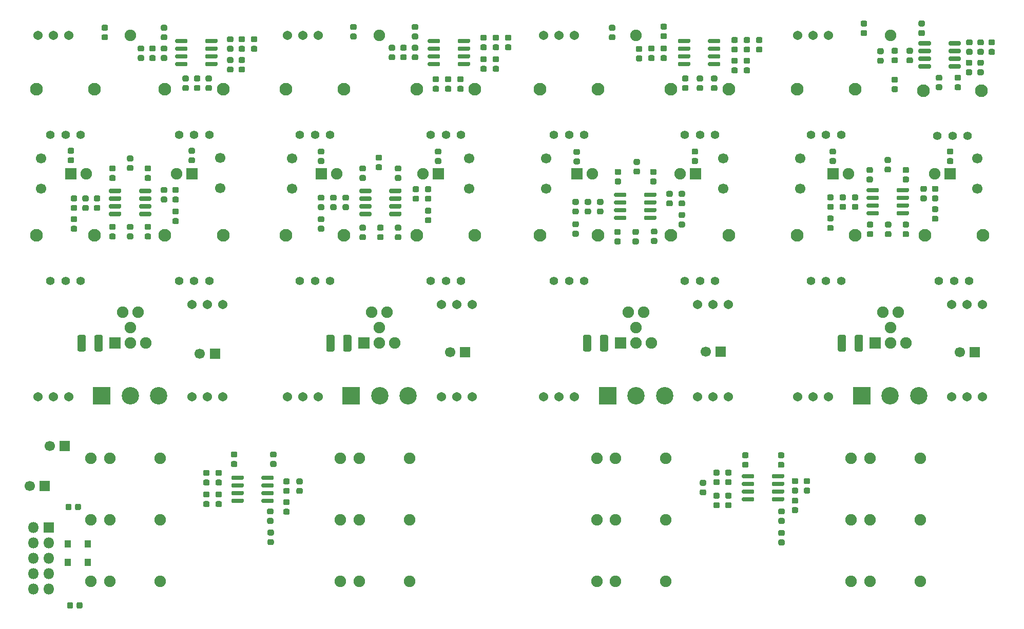
<source format=gbs>
G04 #@! TF.GenerationSoftware,KiCad,Pcbnew,(5.1.6-0-10_14)*
G04 #@! TF.CreationDate,2022-03-15T09:33:00+00:00*
G04 #@! TF.ProjectId,Quad Tube VCA,51756164-2054-4756-9265-205643412e6b,rev?*
G04 #@! TF.SameCoordinates,Original*
G04 #@! TF.FileFunction,Soldermask,Bot*
G04 #@! TF.FilePolarity,Negative*
%FSLAX46Y46*%
G04 Gerber Fmt 4.6, Leading zero omitted, Abs format (unit mm)*
G04 Created by KiCad (PCBNEW (5.1.6-0-10_14)) date 2022-03-15 09:33:00*
%MOMM*%
%LPD*%
G01*
G04 APERTURE LIST*
%ADD10R,1.000000X1.300000*%
%ADD11C,2.875000*%
%ADD12R,2.875000X2.875000*%
%ADD13C,1.700000*%
%ADD14R,1.700000X1.700000*%
%ADD15C,1.900000*%
%ADD16R,1.900000X1.900000*%
%ADD17C,1.400000*%
%ADD18C,2.100000*%
%ADD19C,1.540000*%
%ADD20O,1.800000X1.800000*%
%ADD21R,1.800000X1.800000*%
G04 APERTURE END LIST*
G36*
G01*
X203173500Y-97955000D02*
X203173500Y-100165000D01*
G75*
G02*
X202903500Y-100435000I-270000J0D01*
G01*
X202093500Y-100435000D01*
G75*
G02*
X201823500Y-100165000I0J270000D01*
G01*
X201823500Y-97955000D01*
G75*
G02*
X202093500Y-97685000I270000J0D01*
G01*
X202903500Y-97685000D01*
G75*
G02*
X203173500Y-97955000I0J-270000D01*
G01*
G37*
G36*
G01*
X205973500Y-97955000D02*
X205973500Y-100165000D01*
G75*
G02*
X205703500Y-100435000I-270000J0D01*
G01*
X204893500Y-100435000D01*
G75*
G02*
X204623500Y-100165000I0J270000D01*
G01*
X204623500Y-97955000D01*
G75*
G02*
X204893500Y-97685000I270000J0D01*
G01*
X205703500Y-97685000D01*
G75*
G02*
X205973500Y-97955000I0J-270000D01*
G01*
G37*
G36*
G01*
X161136500Y-97955000D02*
X161136500Y-100165000D01*
G75*
G02*
X160866500Y-100435000I-270000J0D01*
G01*
X160056500Y-100435000D01*
G75*
G02*
X159786500Y-100165000I0J270000D01*
G01*
X159786500Y-97955000D01*
G75*
G02*
X160056500Y-97685000I270000J0D01*
G01*
X160866500Y-97685000D01*
G75*
G02*
X161136500Y-97955000I0J-270000D01*
G01*
G37*
G36*
G01*
X163936500Y-97955000D02*
X163936500Y-100165000D01*
G75*
G02*
X163666500Y-100435000I-270000J0D01*
G01*
X162856500Y-100435000D01*
G75*
G02*
X162586500Y-100165000I0J270000D01*
G01*
X162586500Y-97955000D01*
G75*
G02*
X162856500Y-97685000I270000J0D01*
G01*
X163666500Y-97685000D01*
G75*
G02*
X163936500Y-97955000I0J-270000D01*
G01*
G37*
G36*
G01*
X118782000Y-97955000D02*
X118782000Y-100165000D01*
G75*
G02*
X118512000Y-100435000I-270000J0D01*
G01*
X117702000Y-100435000D01*
G75*
G02*
X117432000Y-100165000I0J270000D01*
G01*
X117432000Y-97955000D01*
G75*
G02*
X117702000Y-97685000I270000J0D01*
G01*
X118512000Y-97685000D01*
G75*
G02*
X118782000Y-97955000I0J-270000D01*
G01*
G37*
G36*
G01*
X121582000Y-97955000D02*
X121582000Y-100165000D01*
G75*
G02*
X121312000Y-100435000I-270000J0D01*
G01*
X120502000Y-100435000D01*
G75*
G02*
X120232000Y-100165000I0J270000D01*
G01*
X120232000Y-97955000D01*
G75*
G02*
X120502000Y-97685000I270000J0D01*
G01*
X121312000Y-97685000D01*
G75*
G02*
X121582000Y-97955000I0J-270000D01*
G01*
G37*
G36*
G01*
X77761000Y-97955000D02*
X77761000Y-100165000D01*
G75*
G02*
X77491000Y-100435000I-270000J0D01*
G01*
X76681000Y-100435000D01*
G75*
G02*
X76411000Y-100165000I0J270000D01*
G01*
X76411000Y-97955000D01*
G75*
G02*
X76681000Y-97685000I270000J0D01*
G01*
X77491000Y-97685000D01*
G75*
G02*
X77761000Y-97955000I0J-270000D01*
G01*
G37*
G36*
G01*
X80561000Y-97955000D02*
X80561000Y-100165000D01*
G75*
G02*
X80291000Y-100435000I-270000J0D01*
G01*
X79481000Y-100435000D01*
G75*
G02*
X79211000Y-100165000I0J270000D01*
G01*
X79211000Y-97955000D01*
G75*
G02*
X79481000Y-97685000I270000J0D01*
G01*
X80291000Y-97685000D01*
G75*
G02*
X80561000Y-97955000I0J-270000D01*
G01*
G37*
G36*
G01*
X217180500Y-49355000D02*
X217180500Y-49705000D01*
G75*
G02*
X217005500Y-49880000I-175000J0D01*
G01*
X215305500Y-49880000D01*
G75*
G02*
X215130500Y-49705000I0J175000D01*
G01*
X215130500Y-49355000D01*
G75*
G02*
X215305500Y-49180000I175000J0D01*
G01*
X217005500Y-49180000D01*
G75*
G02*
X217180500Y-49355000I0J-175000D01*
G01*
G37*
G36*
G01*
X217180500Y-50625000D02*
X217180500Y-50975000D01*
G75*
G02*
X217005500Y-51150000I-175000J0D01*
G01*
X215305500Y-51150000D01*
G75*
G02*
X215130500Y-50975000I0J175000D01*
G01*
X215130500Y-50625000D01*
G75*
G02*
X215305500Y-50450000I175000J0D01*
G01*
X217005500Y-50450000D01*
G75*
G02*
X217180500Y-50625000I0J-175000D01*
G01*
G37*
G36*
G01*
X217180500Y-51895000D02*
X217180500Y-52245000D01*
G75*
G02*
X217005500Y-52420000I-175000J0D01*
G01*
X215305500Y-52420000D01*
G75*
G02*
X215130500Y-52245000I0J175000D01*
G01*
X215130500Y-51895000D01*
G75*
G02*
X215305500Y-51720000I175000J0D01*
G01*
X217005500Y-51720000D01*
G75*
G02*
X217180500Y-51895000I0J-175000D01*
G01*
G37*
G36*
G01*
X217180500Y-53165000D02*
X217180500Y-53515000D01*
G75*
G02*
X217005500Y-53690000I-175000J0D01*
G01*
X215305500Y-53690000D01*
G75*
G02*
X215130500Y-53515000I0J175000D01*
G01*
X215130500Y-53165000D01*
G75*
G02*
X215305500Y-52990000I175000J0D01*
G01*
X217005500Y-52990000D01*
G75*
G02*
X217180500Y-53165000I0J-175000D01*
G01*
G37*
G36*
G01*
X222130500Y-53165000D02*
X222130500Y-53515000D01*
G75*
G02*
X221955500Y-53690000I-175000J0D01*
G01*
X220255500Y-53690000D01*
G75*
G02*
X220080500Y-53515000I0J175000D01*
G01*
X220080500Y-53165000D01*
G75*
G02*
X220255500Y-52990000I175000J0D01*
G01*
X221955500Y-52990000D01*
G75*
G02*
X222130500Y-53165000I0J-175000D01*
G01*
G37*
G36*
G01*
X222130500Y-51895000D02*
X222130500Y-52245000D01*
G75*
G02*
X221955500Y-52420000I-175000J0D01*
G01*
X220255500Y-52420000D01*
G75*
G02*
X220080500Y-52245000I0J175000D01*
G01*
X220080500Y-51895000D01*
G75*
G02*
X220255500Y-51720000I175000J0D01*
G01*
X221955500Y-51720000D01*
G75*
G02*
X222130500Y-51895000I0J-175000D01*
G01*
G37*
G36*
G01*
X222130500Y-50625000D02*
X222130500Y-50975000D01*
G75*
G02*
X221955500Y-51150000I-175000J0D01*
G01*
X220255500Y-51150000D01*
G75*
G02*
X220080500Y-50975000I0J175000D01*
G01*
X220080500Y-50625000D01*
G75*
G02*
X220255500Y-50450000I175000J0D01*
G01*
X221955500Y-50450000D01*
G75*
G02*
X222130500Y-50625000I0J-175000D01*
G01*
G37*
G36*
G01*
X222130500Y-49355000D02*
X222130500Y-49705000D01*
G75*
G02*
X221955500Y-49880000I-175000J0D01*
G01*
X220255500Y-49880000D01*
G75*
G02*
X220080500Y-49705000I0J175000D01*
G01*
X220080500Y-49355000D01*
G75*
G02*
X220255500Y-49180000I175000J0D01*
G01*
X221955500Y-49180000D01*
G75*
G02*
X222130500Y-49355000I0J-175000D01*
G01*
G37*
G36*
G01*
X190934000Y-125016000D02*
X190934000Y-124666000D01*
G75*
G02*
X191109000Y-124491000I175000J0D01*
G01*
X192809000Y-124491000D01*
G75*
G02*
X192984000Y-124666000I0J-175000D01*
G01*
X192984000Y-125016000D01*
G75*
G02*
X192809000Y-125191000I-175000J0D01*
G01*
X191109000Y-125191000D01*
G75*
G02*
X190934000Y-125016000I0J175000D01*
G01*
G37*
G36*
G01*
X190934000Y-123746000D02*
X190934000Y-123396000D01*
G75*
G02*
X191109000Y-123221000I175000J0D01*
G01*
X192809000Y-123221000D01*
G75*
G02*
X192984000Y-123396000I0J-175000D01*
G01*
X192984000Y-123746000D01*
G75*
G02*
X192809000Y-123921000I-175000J0D01*
G01*
X191109000Y-123921000D01*
G75*
G02*
X190934000Y-123746000I0J175000D01*
G01*
G37*
G36*
G01*
X190934000Y-122476000D02*
X190934000Y-122126000D01*
G75*
G02*
X191109000Y-121951000I175000J0D01*
G01*
X192809000Y-121951000D01*
G75*
G02*
X192984000Y-122126000I0J-175000D01*
G01*
X192984000Y-122476000D01*
G75*
G02*
X192809000Y-122651000I-175000J0D01*
G01*
X191109000Y-122651000D01*
G75*
G02*
X190934000Y-122476000I0J175000D01*
G01*
G37*
G36*
G01*
X190934000Y-121206000D02*
X190934000Y-120856000D01*
G75*
G02*
X191109000Y-120681000I175000J0D01*
G01*
X192809000Y-120681000D01*
G75*
G02*
X192984000Y-120856000I0J-175000D01*
G01*
X192984000Y-121206000D01*
G75*
G02*
X192809000Y-121381000I-175000J0D01*
G01*
X191109000Y-121381000D01*
G75*
G02*
X190934000Y-121206000I0J175000D01*
G01*
G37*
G36*
G01*
X185984000Y-121206000D02*
X185984000Y-120856000D01*
G75*
G02*
X186159000Y-120681000I175000J0D01*
G01*
X187859000Y-120681000D01*
G75*
G02*
X188034000Y-120856000I0J-175000D01*
G01*
X188034000Y-121206000D01*
G75*
G02*
X187859000Y-121381000I-175000J0D01*
G01*
X186159000Y-121381000D01*
G75*
G02*
X185984000Y-121206000I0J175000D01*
G01*
G37*
G36*
G01*
X185984000Y-122476000D02*
X185984000Y-122126000D01*
G75*
G02*
X186159000Y-121951000I175000J0D01*
G01*
X187859000Y-121951000D01*
G75*
G02*
X188034000Y-122126000I0J-175000D01*
G01*
X188034000Y-122476000D01*
G75*
G02*
X187859000Y-122651000I-175000J0D01*
G01*
X186159000Y-122651000D01*
G75*
G02*
X185984000Y-122476000I0J175000D01*
G01*
G37*
G36*
G01*
X185984000Y-123746000D02*
X185984000Y-123396000D01*
G75*
G02*
X186159000Y-123221000I175000J0D01*
G01*
X187859000Y-123221000D01*
G75*
G02*
X188034000Y-123396000I0J-175000D01*
G01*
X188034000Y-123746000D01*
G75*
G02*
X187859000Y-123921000I-175000J0D01*
G01*
X186159000Y-123921000D01*
G75*
G02*
X185984000Y-123746000I0J175000D01*
G01*
G37*
G36*
G01*
X185984000Y-125016000D02*
X185984000Y-124666000D01*
G75*
G02*
X186159000Y-124491000I175000J0D01*
G01*
X187859000Y-124491000D01*
G75*
G02*
X188034000Y-124666000I0J-175000D01*
G01*
X188034000Y-125016000D01*
G75*
G02*
X187859000Y-125191000I-175000J0D01*
G01*
X186159000Y-125191000D01*
G75*
G02*
X185984000Y-125016000I0J175000D01*
G01*
G37*
G36*
G01*
X177493000Y-48974000D02*
X177493000Y-49324000D01*
G75*
G02*
X177318000Y-49499000I-175000J0D01*
G01*
X175618000Y-49499000D01*
G75*
G02*
X175443000Y-49324000I0J175000D01*
G01*
X175443000Y-48974000D01*
G75*
G02*
X175618000Y-48799000I175000J0D01*
G01*
X177318000Y-48799000D01*
G75*
G02*
X177493000Y-48974000I0J-175000D01*
G01*
G37*
G36*
G01*
X177493000Y-50244000D02*
X177493000Y-50594000D01*
G75*
G02*
X177318000Y-50769000I-175000J0D01*
G01*
X175618000Y-50769000D01*
G75*
G02*
X175443000Y-50594000I0J175000D01*
G01*
X175443000Y-50244000D01*
G75*
G02*
X175618000Y-50069000I175000J0D01*
G01*
X177318000Y-50069000D01*
G75*
G02*
X177493000Y-50244000I0J-175000D01*
G01*
G37*
G36*
G01*
X177493000Y-51514000D02*
X177493000Y-51864000D01*
G75*
G02*
X177318000Y-52039000I-175000J0D01*
G01*
X175618000Y-52039000D01*
G75*
G02*
X175443000Y-51864000I0J175000D01*
G01*
X175443000Y-51514000D01*
G75*
G02*
X175618000Y-51339000I175000J0D01*
G01*
X177318000Y-51339000D01*
G75*
G02*
X177493000Y-51514000I0J-175000D01*
G01*
G37*
G36*
G01*
X177493000Y-52784000D02*
X177493000Y-53134000D01*
G75*
G02*
X177318000Y-53309000I-175000J0D01*
G01*
X175618000Y-53309000D01*
G75*
G02*
X175443000Y-53134000I0J175000D01*
G01*
X175443000Y-52784000D01*
G75*
G02*
X175618000Y-52609000I175000J0D01*
G01*
X177318000Y-52609000D01*
G75*
G02*
X177493000Y-52784000I0J-175000D01*
G01*
G37*
G36*
G01*
X182443000Y-52784000D02*
X182443000Y-53134000D01*
G75*
G02*
X182268000Y-53309000I-175000J0D01*
G01*
X180568000Y-53309000D01*
G75*
G02*
X180393000Y-53134000I0J175000D01*
G01*
X180393000Y-52784000D01*
G75*
G02*
X180568000Y-52609000I175000J0D01*
G01*
X182268000Y-52609000D01*
G75*
G02*
X182443000Y-52784000I0J-175000D01*
G01*
G37*
G36*
G01*
X182443000Y-51514000D02*
X182443000Y-51864000D01*
G75*
G02*
X182268000Y-52039000I-175000J0D01*
G01*
X180568000Y-52039000D01*
G75*
G02*
X180393000Y-51864000I0J175000D01*
G01*
X180393000Y-51514000D01*
G75*
G02*
X180568000Y-51339000I175000J0D01*
G01*
X182268000Y-51339000D01*
G75*
G02*
X182443000Y-51514000I0J-175000D01*
G01*
G37*
G36*
G01*
X182443000Y-50244000D02*
X182443000Y-50594000D01*
G75*
G02*
X182268000Y-50769000I-175000J0D01*
G01*
X180568000Y-50769000D01*
G75*
G02*
X180393000Y-50594000I0J175000D01*
G01*
X180393000Y-50244000D01*
G75*
G02*
X180568000Y-50069000I175000J0D01*
G01*
X182268000Y-50069000D01*
G75*
G02*
X182443000Y-50244000I0J-175000D01*
G01*
G37*
G36*
G01*
X182443000Y-48974000D02*
X182443000Y-49324000D01*
G75*
G02*
X182268000Y-49499000I-175000J0D01*
G01*
X180568000Y-49499000D01*
G75*
G02*
X180393000Y-49324000I0J175000D01*
G01*
X180393000Y-48974000D01*
G75*
G02*
X180568000Y-48799000I175000J0D01*
G01*
X182268000Y-48799000D01*
G75*
G02*
X182443000Y-48974000I0J-175000D01*
G01*
G37*
G36*
G01*
X136218000Y-48974000D02*
X136218000Y-49324000D01*
G75*
G02*
X136043000Y-49499000I-175000J0D01*
G01*
X134343000Y-49499000D01*
G75*
G02*
X134168000Y-49324000I0J175000D01*
G01*
X134168000Y-48974000D01*
G75*
G02*
X134343000Y-48799000I175000J0D01*
G01*
X136043000Y-48799000D01*
G75*
G02*
X136218000Y-48974000I0J-175000D01*
G01*
G37*
G36*
G01*
X136218000Y-50244000D02*
X136218000Y-50594000D01*
G75*
G02*
X136043000Y-50769000I-175000J0D01*
G01*
X134343000Y-50769000D01*
G75*
G02*
X134168000Y-50594000I0J175000D01*
G01*
X134168000Y-50244000D01*
G75*
G02*
X134343000Y-50069000I175000J0D01*
G01*
X136043000Y-50069000D01*
G75*
G02*
X136218000Y-50244000I0J-175000D01*
G01*
G37*
G36*
G01*
X136218000Y-51514000D02*
X136218000Y-51864000D01*
G75*
G02*
X136043000Y-52039000I-175000J0D01*
G01*
X134343000Y-52039000D01*
G75*
G02*
X134168000Y-51864000I0J175000D01*
G01*
X134168000Y-51514000D01*
G75*
G02*
X134343000Y-51339000I175000J0D01*
G01*
X136043000Y-51339000D01*
G75*
G02*
X136218000Y-51514000I0J-175000D01*
G01*
G37*
G36*
G01*
X136218000Y-52784000D02*
X136218000Y-53134000D01*
G75*
G02*
X136043000Y-53309000I-175000J0D01*
G01*
X134343000Y-53309000D01*
G75*
G02*
X134168000Y-53134000I0J175000D01*
G01*
X134168000Y-52784000D01*
G75*
G02*
X134343000Y-52609000I175000J0D01*
G01*
X136043000Y-52609000D01*
G75*
G02*
X136218000Y-52784000I0J-175000D01*
G01*
G37*
G36*
G01*
X141168000Y-52784000D02*
X141168000Y-53134000D01*
G75*
G02*
X140993000Y-53309000I-175000J0D01*
G01*
X139293000Y-53309000D01*
G75*
G02*
X139118000Y-53134000I0J175000D01*
G01*
X139118000Y-52784000D01*
G75*
G02*
X139293000Y-52609000I175000J0D01*
G01*
X140993000Y-52609000D01*
G75*
G02*
X141168000Y-52784000I0J-175000D01*
G01*
G37*
G36*
G01*
X141168000Y-51514000D02*
X141168000Y-51864000D01*
G75*
G02*
X140993000Y-52039000I-175000J0D01*
G01*
X139293000Y-52039000D01*
G75*
G02*
X139118000Y-51864000I0J175000D01*
G01*
X139118000Y-51514000D01*
G75*
G02*
X139293000Y-51339000I175000J0D01*
G01*
X140993000Y-51339000D01*
G75*
G02*
X141168000Y-51514000I0J-175000D01*
G01*
G37*
G36*
G01*
X141168000Y-50244000D02*
X141168000Y-50594000D01*
G75*
G02*
X140993000Y-50769000I-175000J0D01*
G01*
X139293000Y-50769000D01*
G75*
G02*
X139118000Y-50594000I0J175000D01*
G01*
X139118000Y-50244000D01*
G75*
G02*
X139293000Y-50069000I175000J0D01*
G01*
X140993000Y-50069000D01*
G75*
G02*
X141168000Y-50244000I0J-175000D01*
G01*
G37*
G36*
G01*
X141168000Y-48974000D02*
X141168000Y-49324000D01*
G75*
G02*
X140993000Y-49499000I-175000J0D01*
G01*
X139293000Y-49499000D01*
G75*
G02*
X139118000Y-49324000I0J175000D01*
G01*
X139118000Y-48974000D01*
G75*
G02*
X139293000Y-48799000I175000J0D01*
G01*
X140993000Y-48799000D01*
G75*
G02*
X141168000Y-48974000I0J-175000D01*
G01*
G37*
G36*
G01*
X106733000Y-125270000D02*
X106733000Y-124920000D01*
G75*
G02*
X106908000Y-124745000I175000J0D01*
G01*
X108608000Y-124745000D01*
G75*
G02*
X108783000Y-124920000I0J-175000D01*
G01*
X108783000Y-125270000D01*
G75*
G02*
X108608000Y-125445000I-175000J0D01*
G01*
X106908000Y-125445000D01*
G75*
G02*
X106733000Y-125270000I0J175000D01*
G01*
G37*
G36*
G01*
X106733000Y-124000000D02*
X106733000Y-123650000D01*
G75*
G02*
X106908000Y-123475000I175000J0D01*
G01*
X108608000Y-123475000D01*
G75*
G02*
X108783000Y-123650000I0J-175000D01*
G01*
X108783000Y-124000000D01*
G75*
G02*
X108608000Y-124175000I-175000J0D01*
G01*
X106908000Y-124175000D01*
G75*
G02*
X106733000Y-124000000I0J175000D01*
G01*
G37*
G36*
G01*
X106733000Y-122730000D02*
X106733000Y-122380000D01*
G75*
G02*
X106908000Y-122205000I175000J0D01*
G01*
X108608000Y-122205000D01*
G75*
G02*
X108783000Y-122380000I0J-175000D01*
G01*
X108783000Y-122730000D01*
G75*
G02*
X108608000Y-122905000I-175000J0D01*
G01*
X106908000Y-122905000D01*
G75*
G02*
X106733000Y-122730000I0J175000D01*
G01*
G37*
G36*
G01*
X106733000Y-121460000D02*
X106733000Y-121110000D01*
G75*
G02*
X106908000Y-120935000I175000J0D01*
G01*
X108608000Y-120935000D01*
G75*
G02*
X108783000Y-121110000I0J-175000D01*
G01*
X108783000Y-121460000D01*
G75*
G02*
X108608000Y-121635000I-175000J0D01*
G01*
X106908000Y-121635000D01*
G75*
G02*
X106733000Y-121460000I0J175000D01*
G01*
G37*
G36*
G01*
X101783000Y-121460000D02*
X101783000Y-121110000D01*
G75*
G02*
X101958000Y-120935000I175000J0D01*
G01*
X103658000Y-120935000D01*
G75*
G02*
X103833000Y-121110000I0J-175000D01*
G01*
X103833000Y-121460000D01*
G75*
G02*
X103658000Y-121635000I-175000J0D01*
G01*
X101958000Y-121635000D01*
G75*
G02*
X101783000Y-121460000I0J175000D01*
G01*
G37*
G36*
G01*
X101783000Y-122730000D02*
X101783000Y-122380000D01*
G75*
G02*
X101958000Y-122205000I175000J0D01*
G01*
X103658000Y-122205000D01*
G75*
G02*
X103833000Y-122380000I0J-175000D01*
G01*
X103833000Y-122730000D01*
G75*
G02*
X103658000Y-122905000I-175000J0D01*
G01*
X101958000Y-122905000D01*
G75*
G02*
X101783000Y-122730000I0J175000D01*
G01*
G37*
G36*
G01*
X101783000Y-124000000D02*
X101783000Y-123650000D01*
G75*
G02*
X101958000Y-123475000I175000J0D01*
G01*
X103658000Y-123475000D01*
G75*
G02*
X103833000Y-123650000I0J-175000D01*
G01*
X103833000Y-124000000D01*
G75*
G02*
X103658000Y-124175000I-175000J0D01*
G01*
X101958000Y-124175000D01*
G75*
G02*
X101783000Y-124000000I0J175000D01*
G01*
G37*
G36*
G01*
X101783000Y-125270000D02*
X101783000Y-124920000D01*
G75*
G02*
X101958000Y-124745000I175000J0D01*
G01*
X103658000Y-124745000D01*
G75*
G02*
X103833000Y-124920000I0J-175000D01*
G01*
X103833000Y-125270000D01*
G75*
G02*
X103658000Y-125445000I-175000J0D01*
G01*
X101958000Y-125445000D01*
G75*
G02*
X101783000Y-125270000I0J175000D01*
G01*
G37*
G36*
G01*
X94562000Y-48974000D02*
X94562000Y-49324000D01*
G75*
G02*
X94387000Y-49499000I-175000J0D01*
G01*
X92687000Y-49499000D01*
G75*
G02*
X92512000Y-49324000I0J175000D01*
G01*
X92512000Y-48974000D01*
G75*
G02*
X92687000Y-48799000I175000J0D01*
G01*
X94387000Y-48799000D01*
G75*
G02*
X94562000Y-48974000I0J-175000D01*
G01*
G37*
G36*
G01*
X94562000Y-50244000D02*
X94562000Y-50594000D01*
G75*
G02*
X94387000Y-50769000I-175000J0D01*
G01*
X92687000Y-50769000D01*
G75*
G02*
X92512000Y-50594000I0J175000D01*
G01*
X92512000Y-50244000D01*
G75*
G02*
X92687000Y-50069000I175000J0D01*
G01*
X94387000Y-50069000D01*
G75*
G02*
X94562000Y-50244000I0J-175000D01*
G01*
G37*
G36*
G01*
X94562000Y-51514000D02*
X94562000Y-51864000D01*
G75*
G02*
X94387000Y-52039000I-175000J0D01*
G01*
X92687000Y-52039000D01*
G75*
G02*
X92512000Y-51864000I0J175000D01*
G01*
X92512000Y-51514000D01*
G75*
G02*
X92687000Y-51339000I175000J0D01*
G01*
X94387000Y-51339000D01*
G75*
G02*
X94562000Y-51514000I0J-175000D01*
G01*
G37*
G36*
G01*
X94562000Y-52784000D02*
X94562000Y-53134000D01*
G75*
G02*
X94387000Y-53309000I-175000J0D01*
G01*
X92687000Y-53309000D01*
G75*
G02*
X92512000Y-53134000I0J175000D01*
G01*
X92512000Y-52784000D01*
G75*
G02*
X92687000Y-52609000I175000J0D01*
G01*
X94387000Y-52609000D01*
G75*
G02*
X94562000Y-52784000I0J-175000D01*
G01*
G37*
G36*
G01*
X99512000Y-52784000D02*
X99512000Y-53134000D01*
G75*
G02*
X99337000Y-53309000I-175000J0D01*
G01*
X97637000Y-53309000D01*
G75*
G02*
X97462000Y-53134000I0J175000D01*
G01*
X97462000Y-52784000D01*
G75*
G02*
X97637000Y-52609000I175000J0D01*
G01*
X99337000Y-52609000D01*
G75*
G02*
X99512000Y-52784000I0J-175000D01*
G01*
G37*
G36*
G01*
X99512000Y-51514000D02*
X99512000Y-51864000D01*
G75*
G02*
X99337000Y-52039000I-175000J0D01*
G01*
X97637000Y-52039000D01*
G75*
G02*
X97462000Y-51864000I0J175000D01*
G01*
X97462000Y-51514000D01*
G75*
G02*
X97637000Y-51339000I175000J0D01*
G01*
X99337000Y-51339000D01*
G75*
G02*
X99512000Y-51514000I0J-175000D01*
G01*
G37*
G36*
G01*
X99512000Y-50244000D02*
X99512000Y-50594000D01*
G75*
G02*
X99337000Y-50769000I-175000J0D01*
G01*
X97637000Y-50769000D01*
G75*
G02*
X97462000Y-50594000I0J175000D01*
G01*
X97462000Y-50244000D01*
G75*
G02*
X97637000Y-50069000I175000J0D01*
G01*
X99337000Y-50069000D01*
G75*
G02*
X99512000Y-50244000I0J-175000D01*
G01*
G37*
G36*
G01*
X99512000Y-48974000D02*
X99512000Y-49324000D01*
G75*
G02*
X99337000Y-49499000I-175000J0D01*
G01*
X97637000Y-49499000D01*
G75*
G02*
X97462000Y-49324000I0J175000D01*
G01*
X97462000Y-48974000D01*
G75*
G02*
X97637000Y-48799000I175000J0D01*
G01*
X99337000Y-48799000D01*
G75*
G02*
X99512000Y-48974000I0J-175000D01*
G01*
G37*
G36*
G01*
X186281750Y-118664000D02*
X186844250Y-118664000D01*
G75*
G02*
X187088000Y-118907750I0J-243750D01*
G01*
X187088000Y-119395250D01*
G75*
G02*
X186844250Y-119639000I-243750J0D01*
G01*
X186281750Y-119639000D01*
G75*
G02*
X186038000Y-119395250I0J243750D01*
G01*
X186038000Y-118907750D01*
G75*
G02*
X186281750Y-118664000I243750J0D01*
G01*
G37*
G36*
G01*
X186281750Y-117089000D02*
X186844250Y-117089000D01*
G75*
G02*
X187088000Y-117332750I0J-243750D01*
G01*
X187088000Y-117820250D01*
G75*
G02*
X186844250Y-118064000I-243750J0D01*
G01*
X186281750Y-118064000D01*
G75*
G02*
X186038000Y-117820250I0J243750D01*
G01*
X186038000Y-117332750D01*
G75*
G02*
X186281750Y-117089000I243750J0D01*
G01*
G37*
G36*
G01*
X194473250Y-126157000D02*
X195035750Y-126157000D01*
G75*
G02*
X195279500Y-126400750I0J-243750D01*
G01*
X195279500Y-126888250D01*
G75*
G02*
X195035750Y-127132000I-243750J0D01*
G01*
X194473250Y-127132000D01*
G75*
G02*
X194229500Y-126888250I0J243750D01*
G01*
X194229500Y-126400750D01*
G75*
G02*
X194473250Y-126157000I243750J0D01*
G01*
G37*
G36*
G01*
X194473250Y-124582000D02*
X195035750Y-124582000D01*
G75*
G02*
X195279500Y-124825750I0J-243750D01*
G01*
X195279500Y-125313250D01*
G75*
G02*
X195035750Y-125557000I-243750J0D01*
G01*
X194473250Y-125557000D01*
G75*
G02*
X194229500Y-125313250I0J243750D01*
G01*
X194229500Y-124825750D01*
G75*
G02*
X194473250Y-124582000I243750J0D01*
G01*
G37*
G36*
G01*
X101953750Y-118537000D02*
X102516250Y-118537000D01*
G75*
G02*
X102760000Y-118780750I0J-243750D01*
G01*
X102760000Y-119268250D01*
G75*
G02*
X102516250Y-119512000I-243750J0D01*
G01*
X101953750Y-119512000D01*
G75*
G02*
X101710000Y-119268250I0J243750D01*
G01*
X101710000Y-118780750D01*
G75*
G02*
X101953750Y-118537000I243750J0D01*
G01*
G37*
G36*
G01*
X101953750Y-116962000D02*
X102516250Y-116962000D01*
G75*
G02*
X102760000Y-117205750I0J-243750D01*
G01*
X102760000Y-117693250D01*
G75*
G02*
X102516250Y-117937000I-243750J0D01*
G01*
X101953750Y-117937000D01*
G75*
G02*
X101710000Y-117693250I0J243750D01*
G01*
X101710000Y-117205750D01*
G75*
G02*
X101953750Y-116962000I243750J0D01*
G01*
G37*
G36*
G01*
X110589750Y-126411000D02*
X111152250Y-126411000D01*
G75*
G02*
X111396000Y-126654750I0J-243750D01*
G01*
X111396000Y-127142250D01*
G75*
G02*
X111152250Y-127386000I-243750J0D01*
G01*
X110589750Y-127386000D01*
G75*
G02*
X110346000Y-127142250I0J243750D01*
G01*
X110346000Y-126654750D01*
G75*
G02*
X110589750Y-126411000I243750J0D01*
G01*
G37*
G36*
G01*
X110589750Y-124836000D02*
X111152250Y-124836000D01*
G75*
G02*
X111396000Y-125079750I0J-243750D01*
G01*
X111396000Y-125567250D01*
G75*
G02*
X111152250Y-125811000I-243750J0D01*
G01*
X110589750Y-125811000D01*
G75*
G02*
X110346000Y-125567250I0J243750D01*
G01*
X110346000Y-125079750D01*
G75*
G02*
X110589750Y-124836000I243750J0D01*
G01*
G37*
G36*
G01*
X192250750Y-127935000D02*
X192813250Y-127935000D01*
G75*
G02*
X193057000Y-128178750I0J-243750D01*
G01*
X193057000Y-128666250D01*
G75*
G02*
X192813250Y-128910000I-243750J0D01*
G01*
X192250750Y-128910000D01*
G75*
G02*
X192007000Y-128666250I0J243750D01*
G01*
X192007000Y-128178750D01*
G75*
G02*
X192250750Y-127935000I243750J0D01*
G01*
G37*
G36*
G01*
X192250750Y-126360000D02*
X192813250Y-126360000D01*
G75*
G02*
X193057000Y-126603750I0J-243750D01*
G01*
X193057000Y-127091250D01*
G75*
G02*
X192813250Y-127335000I-243750J0D01*
G01*
X192250750Y-127335000D01*
G75*
G02*
X192007000Y-127091250I0J243750D01*
G01*
X192007000Y-126603750D01*
G75*
G02*
X192250750Y-126360000I243750J0D01*
G01*
G37*
G36*
G01*
X179859250Y-122610500D02*
X179296750Y-122610500D01*
G75*
G02*
X179053000Y-122366750I0J243750D01*
G01*
X179053000Y-121879250D01*
G75*
G02*
X179296750Y-121635500I243750J0D01*
G01*
X179859250Y-121635500D01*
G75*
G02*
X180103000Y-121879250I0J-243750D01*
G01*
X180103000Y-122366750D01*
G75*
G02*
X179859250Y-122610500I-243750J0D01*
G01*
G37*
G36*
G01*
X179859250Y-124185500D02*
X179296750Y-124185500D01*
G75*
G02*
X179053000Y-123941750I0J243750D01*
G01*
X179053000Y-123454250D01*
G75*
G02*
X179296750Y-123210500I243750J0D01*
G01*
X179859250Y-123210500D01*
G75*
G02*
X180103000Y-123454250I0J-243750D01*
G01*
X180103000Y-123941750D01*
G75*
G02*
X179859250Y-124185500I-243750J0D01*
G01*
G37*
G36*
G01*
X107922750Y-127935000D02*
X108485250Y-127935000D01*
G75*
G02*
X108729000Y-128178750I0J-243750D01*
G01*
X108729000Y-128666250D01*
G75*
G02*
X108485250Y-128910000I-243750J0D01*
G01*
X107922750Y-128910000D01*
G75*
G02*
X107679000Y-128666250I0J243750D01*
G01*
X107679000Y-128178750D01*
G75*
G02*
X107922750Y-127935000I243750J0D01*
G01*
G37*
G36*
G01*
X107922750Y-126360000D02*
X108485250Y-126360000D01*
G75*
G02*
X108729000Y-126603750I0J-243750D01*
G01*
X108729000Y-127091250D01*
G75*
G02*
X108485250Y-127335000I-243750J0D01*
G01*
X107922750Y-127335000D01*
G75*
G02*
X107679000Y-127091250I0J243750D01*
G01*
X107679000Y-126603750D01*
G75*
G02*
X107922750Y-126360000I243750J0D01*
G01*
G37*
G36*
G01*
X97944250Y-120985000D02*
X97381750Y-120985000D01*
G75*
G02*
X97138000Y-120741250I0J243750D01*
G01*
X97138000Y-120253750D01*
G75*
G02*
X97381750Y-120010000I243750J0D01*
G01*
X97944250Y-120010000D01*
G75*
G02*
X98188000Y-120253750I0J-243750D01*
G01*
X98188000Y-120741250D01*
G75*
G02*
X97944250Y-120985000I-243750J0D01*
G01*
G37*
G36*
G01*
X97944250Y-122560000D02*
X97381750Y-122560000D01*
G75*
G02*
X97138000Y-122316250I0J243750D01*
G01*
X97138000Y-121828750D01*
G75*
G02*
X97381750Y-121585000I243750J0D01*
G01*
X97944250Y-121585000D01*
G75*
G02*
X98188000Y-121828750I0J-243750D01*
G01*
X98188000Y-122316250D01*
G75*
G02*
X97944250Y-122560000I-243750J0D01*
G01*
G37*
D10*
X74804000Y-132207000D03*
X78104000Y-132207000D03*
X78104000Y-135255000D03*
X74804000Y-135255000D03*
D11*
X89790000Y-107702500D03*
X85090000Y-107702500D03*
D12*
X80390000Y-107702500D03*
D11*
X130938000Y-107702500D03*
X126238000Y-107702500D03*
D12*
X121538000Y-107702500D03*
D11*
X173229000Y-107702500D03*
X168529000Y-107702500D03*
D12*
X163829000Y-107702500D03*
D11*
X215139000Y-107702500D03*
X210439000Y-107702500D03*
D12*
X205739000Y-107702500D03*
D13*
X221909000Y-100584000D03*
D14*
X224409000Y-100584000D03*
D13*
X179999000Y-100457000D03*
D14*
X182499000Y-100457000D03*
D13*
X137835000Y-100584000D03*
D14*
X140335000Y-100584000D03*
D13*
X96560000Y-100838000D03*
D14*
X99060000Y-100838000D03*
D13*
X68493000Y-122682000D03*
D14*
X70993000Y-122682000D03*
D13*
X71795000Y-116078000D03*
D14*
X74295000Y-116078000D03*
G36*
G01*
X195035750Y-122318500D02*
X194473250Y-122318500D01*
G75*
G02*
X194229500Y-122074750I0J243750D01*
G01*
X194229500Y-121587250D01*
G75*
G02*
X194473250Y-121343500I243750J0D01*
G01*
X195035750Y-121343500D01*
G75*
G02*
X195279500Y-121587250I0J-243750D01*
G01*
X195279500Y-122074750D01*
G75*
G02*
X195035750Y-122318500I-243750J0D01*
G01*
G37*
G36*
G01*
X195035750Y-123893500D02*
X194473250Y-123893500D01*
G75*
G02*
X194229500Y-123649750I0J243750D01*
G01*
X194229500Y-123162250D01*
G75*
G02*
X194473250Y-122918500I243750J0D01*
G01*
X195035750Y-122918500D01*
G75*
G02*
X195279500Y-123162250I0J-243750D01*
G01*
X195279500Y-123649750D01*
G75*
G02*
X195035750Y-123893500I-243750J0D01*
G01*
G37*
G36*
G01*
X184050250Y-124731500D02*
X183487750Y-124731500D01*
G75*
G02*
X183244000Y-124487750I0J243750D01*
G01*
X183244000Y-124000250D01*
G75*
G02*
X183487750Y-123756500I243750J0D01*
G01*
X184050250Y-123756500D01*
G75*
G02*
X184294000Y-124000250I0J-243750D01*
G01*
X184294000Y-124487750D01*
G75*
G02*
X184050250Y-124731500I-243750J0D01*
G01*
G37*
G36*
G01*
X184050250Y-126306500D02*
X183487750Y-126306500D01*
G75*
G02*
X183244000Y-126062750I0J243750D01*
G01*
X183244000Y-125575250D01*
G75*
G02*
X183487750Y-125331500I243750J0D01*
G01*
X184050250Y-125331500D01*
G75*
G02*
X184294000Y-125575250I0J-243750D01*
G01*
X184294000Y-126062750D01*
G75*
G02*
X184050250Y-126306500I-243750J0D01*
G01*
G37*
G36*
G01*
X111152250Y-122382000D02*
X110589750Y-122382000D01*
G75*
G02*
X110346000Y-122138250I0J243750D01*
G01*
X110346000Y-121650750D01*
G75*
G02*
X110589750Y-121407000I243750J0D01*
G01*
X111152250Y-121407000D01*
G75*
G02*
X111396000Y-121650750I0J-243750D01*
G01*
X111396000Y-122138250D01*
G75*
G02*
X111152250Y-122382000I-243750J0D01*
G01*
G37*
G36*
G01*
X111152250Y-123957000D02*
X110589750Y-123957000D01*
G75*
G02*
X110346000Y-123713250I0J243750D01*
G01*
X110346000Y-123225750D01*
G75*
G02*
X110589750Y-122982000I243750J0D01*
G01*
X111152250Y-122982000D01*
G75*
G02*
X111396000Y-123225750I0J-243750D01*
G01*
X111396000Y-123713250D01*
G75*
G02*
X111152250Y-123957000I-243750J0D01*
G01*
G37*
G36*
G01*
X99976250Y-124541000D02*
X99413750Y-124541000D01*
G75*
G02*
X99170000Y-124297250I0J243750D01*
G01*
X99170000Y-123809750D01*
G75*
G02*
X99413750Y-123566000I243750J0D01*
G01*
X99976250Y-123566000D01*
G75*
G02*
X100220000Y-123809750I0J-243750D01*
G01*
X100220000Y-124297250D01*
G75*
G02*
X99976250Y-124541000I-243750J0D01*
G01*
G37*
G36*
G01*
X99976250Y-126116000D02*
X99413750Y-126116000D01*
G75*
G02*
X99170000Y-125872250I0J243750D01*
G01*
X99170000Y-125384750D01*
G75*
G02*
X99413750Y-125141000I243750J0D01*
G01*
X99976250Y-125141000D01*
G75*
G02*
X100220000Y-125384750I0J-243750D01*
G01*
X100220000Y-125872250D01*
G75*
G02*
X99976250Y-126116000I-243750J0D01*
G01*
G37*
G36*
G01*
X192250750Y-131491000D02*
X192813250Y-131491000D01*
G75*
G02*
X193057000Y-131734750I0J-243750D01*
G01*
X193057000Y-132222250D01*
G75*
G02*
X192813250Y-132466000I-243750J0D01*
G01*
X192250750Y-132466000D01*
G75*
G02*
X192007000Y-132222250I0J243750D01*
G01*
X192007000Y-131734750D01*
G75*
G02*
X192250750Y-131491000I243750J0D01*
G01*
G37*
G36*
G01*
X192250750Y-129916000D02*
X192813250Y-129916000D01*
G75*
G02*
X193057000Y-130159750I0J-243750D01*
G01*
X193057000Y-130647250D01*
G75*
G02*
X192813250Y-130891000I-243750J0D01*
G01*
X192250750Y-130891000D01*
G75*
G02*
X192007000Y-130647250I0J243750D01*
G01*
X192007000Y-130159750D01*
G75*
G02*
X192250750Y-129916000I243750J0D01*
G01*
G37*
G36*
G01*
X182081750Y-120921500D02*
X181519250Y-120921500D01*
G75*
G02*
X181275500Y-120677750I0J243750D01*
G01*
X181275500Y-120190250D01*
G75*
G02*
X181519250Y-119946500I243750J0D01*
G01*
X182081750Y-119946500D01*
G75*
G02*
X182325500Y-120190250I0J-243750D01*
G01*
X182325500Y-120677750D01*
G75*
G02*
X182081750Y-120921500I-243750J0D01*
G01*
G37*
G36*
G01*
X182081750Y-122496500D02*
X181519250Y-122496500D01*
G75*
G02*
X181275500Y-122252750I0J243750D01*
G01*
X181275500Y-121765250D01*
G75*
G02*
X181519250Y-121521500I243750J0D01*
G01*
X182081750Y-121521500D01*
G75*
G02*
X182325500Y-121765250I0J-243750D01*
G01*
X182325500Y-122252750D01*
G75*
G02*
X182081750Y-122496500I-243750J0D01*
G01*
G37*
G36*
G01*
X107986250Y-131427500D02*
X108548750Y-131427500D01*
G75*
G02*
X108792500Y-131671250I0J-243750D01*
G01*
X108792500Y-132158750D01*
G75*
G02*
X108548750Y-132402500I-243750J0D01*
G01*
X107986250Y-132402500D01*
G75*
G02*
X107742500Y-132158750I0J243750D01*
G01*
X107742500Y-131671250D01*
G75*
G02*
X107986250Y-131427500I243750J0D01*
G01*
G37*
G36*
G01*
X107986250Y-129852500D02*
X108548750Y-129852500D01*
G75*
G02*
X108792500Y-130096250I0J-243750D01*
G01*
X108792500Y-130583750D01*
G75*
G02*
X108548750Y-130827500I-243750J0D01*
G01*
X107986250Y-130827500D01*
G75*
G02*
X107742500Y-130583750I0J243750D01*
G01*
X107742500Y-130096250D01*
G75*
G02*
X107986250Y-129852500I243750J0D01*
G01*
G37*
G36*
G01*
X192749750Y-118064000D02*
X192187250Y-118064000D01*
G75*
G02*
X191943500Y-117820250I0J243750D01*
G01*
X191943500Y-117332750D01*
G75*
G02*
X192187250Y-117089000I243750J0D01*
G01*
X192749750Y-117089000D01*
G75*
G02*
X192993500Y-117332750I0J-243750D01*
G01*
X192993500Y-117820250D01*
G75*
G02*
X192749750Y-118064000I-243750J0D01*
G01*
G37*
G36*
G01*
X192749750Y-119639000D02*
X192187250Y-119639000D01*
G75*
G02*
X191943500Y-119395250I0J243750D01*
G01*
X191943500Y-118907750D01*
G75*
G02*
X192187250Y-118664000I243750J0D01*
G01*
X192749750Y-118664000D01*
G75*
G02*
X192993500Y-118907750I0J-243750D01*
G01*
X192993500Y-119395250D01*
G75*
G02*
X192749750Y-119639000I-243750J0D01*
G01*
G37*
G36*
G01*
X184050250Y-120921500D02*
X183487750Y-120921500D01*
G75*
G02*
X183244000Y-120677750I0J243750D01*
G01*
X183244000Y-120190250D01*
G75*
G02*
X183487750Y-119946500I243750J0D01*
G01*
X184050250Y-119946500D01*
G75*
G02*
X184294000Y-120190250I0J-243750D01*
G01*
X184294000Y-120677750D01*
G75*
G02*
X184050250Y-120921500I-243750J0D01*
G01*
G37*
G36*
G01*
X184050250Y-122496500D02*
X183487750Y-122496500D01*
G75*
G02*
X183244000Y-122252750I0J243750D01*
G01*
X183244000Y-121765250D01*
G75*
G02*
X183487750Y-121521500I243750J0D01*
G01*
X184050250Y-121521500D01*
G75*
G02*
X184294000Y-121765250I0J-243750D01*
G01*
X184294000Y-122252750D01*
G75*
G02*
X184050250Y-122496500I-243750J0D01*
G01*
G37*
G36*
G01*
X108993250Y-117937000D02*
X108430750Y-117937000D01*
G75*
G02*
X108187000Y-117693250I0J243750D01*
G01*
X108187000Y-117205750D01*
G75*
G02*
X108430750Y-116962000I243750J0D01*
G01*
X108993250Y-116962000D01*
G75*
G02*
X109237000Y-117205750I0J-243750D01*
G01*
X109237000Y-117693250D01*
G75*
G02*
X108993250Y-117937000I-243750J0D01*
G01*
G37*
G36*
G01*
X108993250Y-119512000D02*
X108430750Y-119512000D01*
G75*
G02*
X108187000Y-119268250I0J243750D01*
G01*
X108187000Y-118780750D01*
G75*
G02*
X108430750Y-118537000I243750J0D01*
G01*
X108993250Y-118537000D01*
G75*
G02*
X109237000Y-118780750I0J-243750D01*
G01*
X109237000Y-119268250D01*
G75*
G02*
X108993250Y-119512000I-243750J0D01*
G01*
G37*
G36*
G01*
X99976250Y-120985000D02*
X99413750Y-120985000D01*
G75*
G02*
X99170000Y-120741250I0J243750D01*
G01*
X99170000Y-120253750D01*
G75*
G02*
X99413750Y-120010000I243750J0D01*
G01*
X99976250Y-120010000D01*
G75*
G02*
X100220000Y-120253750I0J-243750D01*
G01*
X100220000Y-120741250D01*
G75*
G02*
X99976250Y-120985000I-243750J0D01*
G01*
G37*
G36*
G01*
X99976250Y-122560000D02*
X99413750Y-122560000D01*
G75*
G02*
X99170000Y-122316250I0J243750D01*
G01*
X99170000Y-121828750D01*
G75*
G02*
X99413750Y-121585000I243750J0D01*
G01*
X99976250Y-121585000D01*
G75*
G02*
X100220000Y-121828750I0J-243750D01*
G01*
X100220000Y-122316250D01*
G75*
G02*
X99976250Y-122560000I-243750J0D01*
G01*
G37*
D15*
X126153333Y-48260000D03*
X126153333Y-96520000D03*
X124883333Y-93980000D03*
X127423333Y-93980000D03*
X128693333Y-99060000D03*
X126153333Y-99060000D03*
D16*
X123613333Y-99060000D03*
D15*
X85090000Y-48260000D03*
X85090000Y-96520000D03*
X83820000Y-93980000D03*
X86360000Y-93980000D03*
X87630000Y-99060000D03*
X85090000Y-99060000D03*
D16*
X82550000Y-99060000D03*
D15*
X210550000Y-48260000D03*
X210550000Y-96520000D03*
X209280000Y-93980000D03*
X211820000Y-93980000D03*
X213090000Y-99060000D03*
X210550000Y-99060000D03*
D16*
X208010000Y-99060000D03*
D15*
X168486666Y-48260000D03*
X168486666Y-96520000D03*
X167216666Y-93980000D03*
X169756666Y-93980000D03*
X171026666Y-99060000D03*
X168486666Y-99060000D03*
D16*
X165946666Y-99060000D03*
D17*
X197380000Y-64650000D03*
X199880000Y-64650000D03*
X202380000Y-64650000D03*
D18*
X195080000Y-57150000D03*
X204680000Y-57150000D03*
D17*
X154980000Y-64650000D03*
X157480000Y-64650000D03*
X159980000Y-64650000D03*
D18*
X152680000Y-57150000D03*
X162280000Y-57150000D03*
D17*
X113070000Y-64650000D03*
X115570000Y-64650000D03*
X118070000Y-64650000D03*
D18*
X110770000Y-57150000D03*
X120370000Y-57150000D03*
D17*
X71922000Y-64650000D03*
X74422000Y-64650000D03*
X76922000Y-64650000D03*
D18*
X69622000Y-57150000D03*
X79222000Y-57150000D03*
D17*
X197380000Y-88780000D03*
X199880000Y-88780000D03*
X202380000Y-88780000D03*
D18*
X195080000Y-81280000D03*
X204680000Y-81280000D03*
D17*
X154980000Y-88780000D03*
X157480000Y-88780000D03*
X159980000Y-88780000D03*
D18*
X152680000Y-81280000D03*
X162280000Y-81280000D03*
D17*
X113070000Y-88780000D03*
X115570000Y-88780000D03*
X118070000Y-88780000D03*
D18*
X110770000Y-81280000D03*
X120370000Y-81280000D03*
D17*
X71922000Y-88780000D03*
X74422000Y-88780000D03*
X76922000Y-88780000D03*
D18*
X69622000Y-81280000D03*
X79222000Y-81280000D03*
D17*
X218226000Y-64840500D03*
X220726000Y-64840500D03*
X223226000Y-64840500D03*
D18*
X215926000Y-57340500D03*
X225526000Y-57340500D03*
D17*
X176570000Y-64650000D03*
X179070000Y-64650000D03*
X181570000Y-64650000D03*
D18*
X174270000Y-57150000D03*
X183870000Y-57150000D03*
D17*
X134660000Y-64650000D03*
X137160000Y-64650000D03*
X139660000Y-64650000D03*
D18*
X132360000Y-57150000D03*
X141960000Y-57150000D03*
D17*
X93131000Y-64650000D03*
X95631000Y-64650000D03*
X98131000Y-64650000D03*
D18*
X90831000Y-57150000D03*
X100431000Y-57150000D03*
D17*
X218480000Y-88780000D03*
X220980000Y-88780000D03*
X223480000Y-88780000D03*
D18*
X216180000Y-81280000D03*
X225780000Y-81280000D03*
D17*
X176570000Y-88780000D03*
X179070000Y-88780000D03*
X181570000Y-88780000D03*
D18*
X174270000Y-81280000D03*
X183870000Y-81280000D03*
D17*
X134660000Y-88780000D03*
X137160000Y-88780000D03*
X139660000Y-88780000D03*
D18*
X132360000Y-81280000D03*
X141960000Y-81280000D03*
D17*
X93131000Y-88780000D03*
X95631000Y-88780000D03*
X98131000Y-88780000D03*
D18*
X90831000Y-81280000D03*
X100431000Y-81280000D03*
D15*
X215389000Y-138430000D03*
X203989000Y-138430000D03*
X207089000Y-138430000D03*
X173449000Y-138430000D03*
X162049000Y-138430000D03*
X165149000Y-138430000D03*
X131158000Y-138430000D03*
X119758000Y-138430000D03*
X122858000Y-138430000D03*
X90010000Y-138430000D03*
X78610000Y-138430000D03*
X81710000Y-138430000D03*
X215389000Y-118110000D03*
X203989000Y-118110000D03*
X207089000Y-118110000D03*
X173449000Y-118110000D03*
X162049000Y-118110000D03*
X165149000Y-118110000D03*
X131158000Y-118110000D03*
X119758000Y-118110000D03*
X122858000Y-118110000D03*
X90010000Y-118110000D03*
X78610000Y-118110000D03*
X81710000Y-118110000D03*
X215389000Y-128270000D03*
X203989000Y-128270000D03*
X207089000Y-128270000D03*
X173449000Y-128270000D03*
X162049000Y-128270000D03*
X165149000Y-128270000D03*
X131158000Y-128270000D03*
X119758000Y-128270000D03*
X122858000Y-128270000D03*
X90010000Y-128270000D03*
X78610000Y-128270000D03*
X81710000Y-128270000D03*
G36*
G01*
X173382250Y-50881000D02*
X172819750Y-50881000D01*
G75*
G02*
X172576000Y-50637250I0J243750D01*
G01*
X172576000Y-50149750D01*
G75*
G02*
X172819750Y-49906000I243750J0D01*
G01*
X173382250Y-49906000D01*
G75*
G02*
X173626000Y-50149750I0J-243750D01*
G01*
X173626000Y-50637250D01*
G75*
G02*
X173382250Y-50881000I-243750J0D01*
G01*
G37*
G36*
G01*
X173382250Y-52456000D02*
X172819750Y-52456000D01*
G75*
G02*
X172576000Y-52212250I0J243750D01*
G01*
X172576000Y-51724750D01*
G75*
G02*
X172819750Y-51481000I243750J0D01*
G01*
X173382250Y-51481000D01*
G75*
G02*
X173626000Y-51724750I0J-243750D01*
G01*
X173626000Y-52212250D01*
G75*
G02*
X173382250Y-52456000I-243750J0D01*
G01*
G37*
G36*
G01*
X168755750Y-51544500D02*
X169318250Y-51544500D01*
G75*
G02*
X169562000Y-51788250I0J-243750D01*
G01*
X169562000Y-52275750D01*
G75*
G02*
X169318250Y-52519500I-243750J0D01*
G01*
X168755750Y-52519500D01*
G75*
G02*
X168512000Y-52275750I0J243750D01*
G01*
X168512000Y-51788250D01*
G75*
G02*
X168755750Y-51544500I243750J0D01*
G01*
G37*
G36*
G01*
X168755750Y-49969500D02*
X169318250Y-49969500D01*
G75*
G02*
X169562000Y-50213250I0J-243750D01*
G01*
X169562000Y-50700750D01*
G75*
G02*
X169318250Y-50944500I-243750J0D01*
G01*
X168755750Y-50944500D01*
G75*
G02*
X168512000Y-50700750I0J243750D01*
G01*
X168512000Y-50213250D01*
G75*
G02*
X168755750Y-49969500I243750J0D01*
G01*
G37*
D19*
X195199000Y-48260000D03*
X197739000Y-48260000D03*
X200279000Y-48260000D03*
X153289000Y-48260000D03*
X155829000Y-48260000D03*
X158369000Y-48260000D03*
X110998000Y-48260000D03*
X113538000Y-48260000D03*
X116078000Y-48260000D03*
X69850000Y-48260000D03*
X72390000Y-48260000D03*
X74930000Y-48260000D03*
X220599000Y-107950000D03*
X223139000Y-107950000D03*
X225679000Y-107950000D03*
X178689000Y-107950000D03*
X181229000Y-107950000D03*
X183769000Y-107950000D03*
X136398000Y-107950000D03*
X138938000Y-107950000D03*
X141478000Y-107950000D03*
X95250000Y-107950000D03*
X97790000Y-107950000D03*
X100330000Y-107950000D03*
X220599000Y-92710000D03*
X223139000Y-92710000D03*
X225679000Y-92710000D03*
X178689000Y-92710000D03*
X181229000Y-92710000D03*
X183769000Y-92710000D03*
X136398000Y-92710000D03*
X138938000Y-92710000D03*
X141478000Y-92710000D03*
X95250000Y-92710000D03*
X97790000Y-92710000D03*
X100330000Y-92710000D03*
X195199000Y-107950000D03*
X197739000Y-107950000D03*
X200279000Y-107950000D03*
X153289000Y-107950000D03*
X155829000Y-107950000D03*
X158369000Y-107950000D03*
X110998000Y-107950000D03*
X113538000Y-107950000D03*
X116078000Y-107950000D03*
X69850000Y-107950000D03*
X72390000Y-107950000D03*
X74930000Y-107950000D03*
G36*
G01*
X200877750Y-78948000D02*
X200315250Y-78948000D01*
G75*
G02*
X200071500Y-78704250I0J243750D01*
G01*
X200071500Y-78216750D01*
G75*
G02*
X200315250Y-77973000I243750J0D01*
G01*
X200877750Y-77973000D01*
G75*
G02*
X201121500Y-78216750I0J-243750D01*
G01*
X201121500Y-78704250D01*
G75*
G02*
X200877750Y-78948000I-243750J0D01*
G01*
G37*
G36*
G01*
X200877750Y-80523000D02*
X200315250Y-80523000D01*
G75*
G02*
X200071500Y-80279250I0J243750D01*
G01*
X200071500Y-79791750D01*
G75*
G02*
X200315250Y-79548000I243750J0D01*
G01*
X200877750Y-79548000D01*
G75*
G02*
X201121500Y-79791750I0J-243750D01*
G01*
X201121500Y-80279250D01*
G75*
G02*
X200877750Y-80523000I-243750J0D01*
G01*
G37*
G36*
G01*
X213323750Y-70947000D02*
X212761250Y-70947000D01*
G75*
G02*
X212517500Y-70703250I0J243750D01*
G01*
X212517500Y-70215750D01*
G75*
G02*
X212761250Y-69972000I243750J0D01*
G01*
X213323750Y-69972000D01*
G75*
G02*
X213567500Y-70215750I0J-243750D01*
G01*
X213567500Y-70703250D01*
G75*
G02*
X213323750Y-70947000I-243750J0D01*
G01*
G37*
G36*
G01*
X213323750Y-72522000D02*
X212761250Y-72522000D01*
G75*
G02*
X212517500Y-72278250I0J243750D01*
G01*
X212517500Y-71790750D01*
G75*
G02*
X212761250Y-71547000I243750J0D01*
G01*
X213323750Y-71547000D01*
G75*
G02*
X213567500Y-71790750I0J-243750D01*
G01*
X213567500Y-72278250D01*
G75*
G02*
X213323750Y-72522000I-243750J0D01*
G01*
G37*
G36*
G01*
X200315250Y-76055500D02*
X200877750Y-76055500D01*
G75*
G02*
X201121500Y-76299250I0J-243750D01*
G01*
X201121500Y-76786750D01*
G75*
G02*
X200877750Y-77030500I-243750J0D01*
G01*
X200315250Y-77030500D01*
G75*
G02*
X200071500Y-76786750I0J243750D01*
G01*
X200071500Y-76299250D01*
G75*
G02*
X200315250Y-76055500I243750J0D01*
G01*
G37*
G36*
G01*
X200315250Y-74480500D02*
X200877750Y-74480500D01*
G75*
G02*
X201121500Y-74724250I0J-243750D01*
G01*
X201121500Y-75211750D01*
G75*
G02*
X200877750Y-75455500I-243750J0D01*
G01*
X200315250Y-75455500D01*
G75*
G02*
X200071500Y-75211750I0J243750D01*
G01*
X200071500Y-74724250D01*
G75*
G02*
X200315250Y-74480500I243750J0D01*
G01*
G37*
G36*
G01*
X218149750Y-77424000D02*
X217587250Y-77424000D01*
G75*
G02*
X217343500Y-77180250I0J243750D01*
G01*
X217343500Y-76692750D01*
G75*
G02*
X217587250Y-76449000I243750J0D01*
G01*
X218149750Y-76449000D01*
G75*
G02*
X218393500Y-76692750I0J-243750D01*
G01*
X218393500Y-77180250D01*
G75*
G02*
X218149750Y-77424000I-243750J0D01*
G01*
G37*
G36*
G01*
X218149750Y-78999000D02*
X217587250Y-78999000D01*
G75*
G02*
X217343500Y-78755250I0J243750D01*
G01*
X217343500Y-78267750D01*
G75*
G02*
X217587250Y-78024000I243750J0D01*
G01*
X218149750Y-78024000D01*
G75*
G02*
X218393500Y-78267750I0J-243750D01*
G01*
X218393500Y-78755250D01*
G75*
G02*
X218149750Y-78999000I-243750J0D01*
G01*
G37*
G36*
G01*
X216244750Y-74058500D02*
X215682250Y-74058500D01*
G75*
G02*
X215438500Y-73814750I0J243750D01*
G01*
X215438500Y-73327250D01*
G75*
G02*
X215682250Y-73083500I243750J0D01*
G01*
X216244750Y-73083500D01*
G75*
G02*
X216488500Y-73327250I0J-243750D01*
G01*
X216488500Y-73814750D01*
G75*
G02*
X216244750Y-74058500I-243750J0D01*
G01*
G37*
G36*
G01*
X216244750Y-75633500D02*
X215682250Y-75633500D01*
G75*
G02*
X215438500Y-75389750I0J243750D01*
G01*
X215438500Y-74902250D01*
G75*
G02*
X215682250Y-74658500I243750J0D01*
G01*
X216244750Y-74658500D01*
G75*
G02*
X216488500Y-74902250I0J-243750D01*
G01*
X216488500Y-75389750D01*
G75*
G02*
X216244750Y-75633500I-243750J0D01*
G01*
G37*
G36*
G01*
X204941750Y-75455500D02*
X204379250Y-75455500D01*
G75*
G02*
X204135500Y-75211750I0J243750D01*
G01*
X204135500Y-74724250D01*
G75*
G02*
X204379250Y-74480500I243750J0D01*
G01*
X204941750Y-74480500D01*
G75*
G02*
X205185500Y-74724250I0J-243750D01*
G01*
X205185500Y-75211750D01*
G75*
G02*
X204941750Y-75455500I-243750J0D01*
G01*
G37*
G36*
G01*
X204941750Y-77030500D02*
X204379250Y-77030500D01*
G75*
G02*
X204135500Y-76786750I0J243750D01*
G01*
X204135500Y-76299250D01*
G75*
G02*
X204379250Y-76055500I243750J0D01*
G01*
X204941750Y-76055500D01*
G75*
G02*
X205185500Y-76299250I0J-243750D01*
G01*
X205185500Y-76786750D01*
G75*
G02*
X204941750Y-77030500I-243750J0D01*
G01*
G37*
G36*
G01*
X206855750Y-80564000D02*
X207418250Y-80564000D01*
G75*
G02*
X207662000Y-80807750I0J-243750D01*
G01*
X207662000Y-81295250D01*
G75*
G02*
X207418250Y-81539000I-243750J0D01*
G01*
X206855750Y-81539000D01*
G75*
G02*
X206612000Y-81295250I0J243750D01*
G01*
X206612000Y-80807750D01*
G75*
G02*
X206855750Y-80564000I243750J0D01*
G01*
G37*
G36*
G01*
X206855750Y-78989000D02*
X207418250Y-78989000D01*
G75*
G02*
X207662000Y-79232750I0J-243750D01*
G01*
X207662000Y-79720250D01*
G75*
G02*
X207418250Y-79964000I-243750J0D01*
G01*
X206855750Y-79964000D01*
G75*
G02*
X206612000Y-79720250I0J243750D01*
G01*
X206612000Y-79232750D01*
G75*
G02*
X206855750Y-78989000I243750J0D01*
G01*
G37*
G36*
G01*
X220626250Y-67899000D02*
X220063750Y-67899000D01*
G75*
G02*
X219820000Y-67655250I0J243750D01*
G01*
X219820000Y-67167750D01*
G75*
G02*
X220063750Y-66924000I243750J0D01*
G01*
X220626250Y-66924000D01*
G75*
G02*
X220870000Y-67167750I0J-243750D01*
G01*
X220870000Y-67655250D01*
G75*
G02*
X220626250Y-67899000I-243750J0D01*
G01*
G37*
G36*
G01*
X220626250Y-69474000D02*
X220063750Y-69474000D01*
G75*
G02*
X219820000Y-69230250I0J243750D01*
G01*
X219820000Y-68742750D01*
G75*
G02*
X220063750Y-68499000I243750J0D01*
G01*
X220626250Y-68499000D01*
G75*
G02*
X220870000Y-68742750I0J-243750D01*
G01*
X220870000Y-69230250D01*
G75*
G02*
X220626250Y-69474000I-243750J0D01*
G01*
G37*
G36*
G01*
X209840250Y-80564000D02*
X210402750Y-80564000D01*
G75*
G02*
X210646500Y-80807750I0J-243750D01*
G01*
X210646500Y-81295250D01*
G75*
G02*
X210402750Y-81539000I-243750J0D01*
G01*
X209840250Y-81539000D01*
G75*
G02*
X209596500Y-81295250I0J243750D01*
G01*
X209596500Y-80807750D01*
G75*
G02*
X209840250Y-80564000I243750J0D01*
G01*
G37*
G36*
G01*
X209840250Y-78989000D02*
X210402750Y-78989000D01*
G75*
G02*
X210646500Y-79232750I0J-243750D01*
G01*
X210646500Y-79720250D01*
G75*
G02*
X210402750Y-79964000I-243750J0D01*
G01*
X209840250Y-79964000D01*
G75*
G02*
X209596500Y-79720250I0J243750D01*
G01*
X209596500Y-79232750D01*
G75*
G02*
X209840250Y-78989000I243750J0D01*
G01*
G37*
G36*
G01*
X200696250Y-68499000D02*
X201258750Y-68499000D01*
G75*
G02*
X201502500Y-68742750I0J-243750D01*
G01*
X201502500Y-69230250D01*
G75*
G02*
X201258750Y-69474000I-243750J0D01*
G01*
X200696250Y-69474000D01*
G75*
G02*
X200452500Y-69230250I0J243750D01*
G01*
X200452500Y-68742750D01*
G75*
G02*
X200696250Y-68499000I243750J0D01*
G01*
G37*
G36*
G01*
X200696250Y-66924000D02*
X201258750Y-66924000D01*
G75*
G02*
X201502500Y-67167750I0J-243750D01*
G01*
X201502500Y-67655250D01*
G75*
G02*
X201258750Y-67899000I-243750J0D01*
G01*
X200696250Y-67899000D01*
G75*
G02*
X200452500Y-67655250I0J243750D01*
G01*
X200452500Y-67167750D01*
G75*
G02*
X200696250Y-66924000I243750J0D01*
G01*
G37*
G36*
G01*
X210919750Y-56624500D02*
X211482250Y-56624500D01*
G75*
G02*
X211726000Y-56868250I0J-243750D01*
G01*
X211726000Y-57355750D01*
G75*
G02*
X211482250Y-57599500I-243750J0D01*
G01*
X210919750Y-57599500D01*
G75*
G02*
X210676000Y-57355750I0J243750D01*
G01*
X210676000Y-56868250D01*
G75*
G02*
X210919750Y-56624500I243750J0D01*
G01*
G37*
G36*
G01*
X210919750Y-55049500D02*
X211482250Y-55049500D01*
G75*
G02*
X211726000Y-55293250I0J-243750D01*
G01*
X211726000Y-55780750D01*
G75*
G02*
X211482250Y-56024500I-243750J0D01*
G01*
X210919750Y-56024500D01*
G75*
G02*
X210676000Y-55780750I0J243750D01*
G01*
X210676000Y-55293250D01*
G75*
G02*
X210919750Y-55049500I243750J0D01*
G01*
G37*
G36*
G01*
X226921750Y-50465000D02*
X227484250Y-50465000D01*
G75*
G02*
X227728000Y-50708750I0J-243750D01*
G01*
X227728000Y-51196250D01*
G75*
G02*
X227484250Y-51440000I-243750J0D01*
G01*
X226921750Y-51440000D01*
G75*
G02*
X226678000Y-51196250I0J243750D01*
G01*
X226678000Y-50708750D01*
G75*
G02*
X226921750Y-50465000I243750J0D01*
G01*
G37*
G36*
G01*
X226921750Y-48890000D02*
X227484250Y-48890000D01*
G75*
G02*
X227728000Y-49133750I0J-243750D01*
G01*
X227728000Y-49621250D01*
G75*
G02*
X227484250Y-49865000I-243750J0D01*
G01*
X226921750Y-49865000D01*
G75*
G02*
X226678000Y-49621250I0J243750D01*
G01*
X226678000Y-49133750D01*
G75*
G02*
X226921750Y-48890000I243750J0D01*
G01*
G37*
G36*
G01*
X197004250Y-122318500D02*
X196441750Y-122318500D01*
G75*
G02*
X196198000Y-122074750I0J243750D01*
G01*
X196198000Y-121587250D01*
G75*
G02*
X196441750Y-121343500I243750J0D01*
G01*
X197004250Y-121343500D01*
G75*
G02*
X197248000Y-121587250I0J-243750D01*
G01*
X197248000Y-122074750D01*
G75*
G02*
X197004250Y-122318500I-243750J0D01*
G01*
G37*
G36*
G01*
X197004250Y-123893500D02*
X196441750Y-123893500D01*
G75*
G02*
X196198000Y-123649750I0J243750D01*
G01*
X196198000Y-123162250D01*
G75*
G02*
X196441750Y-122918500I243750J0D01*
G01*
X197004250Y-122918500D01*
G75*
G02*
X197248000Y-123162250I0J-243750D01*
G01*
X197248000Y-123649750D01*
G75*
G02*
X197004250Y-123893500I-243750J0D01*
G01*
G37*
G36*
G01*
X223737750Y-53230500D02*
X223175250Y-53230500D01*
G75*
G02*
X222931500Y-52986750I0J243750D01*
G01*
X222931500Y-52499250D01*
G75*
G02*
X223175250Y-52255500I243750J0D01*
G01*
X223737750Y-52255500D01*
G75*
G02*
X223981500Y-52499250I0J-243750D01*
G01*
X223981500Y-52986750D01*
G75*
G02*
X223737750Y-53230500I-243750J0D01*
G01*
G37*
G36*
G01*
X223737750Y-54805500D02*
X223175250Y-54805500D01*
G75*
G02*
X222931500Y-54561750I0J243750D01*
G01*
X222931500Y-54074250D01*
G75*
G02*
X223175250Y-53830500I243750J0D01*
G01*
X223737750Y-53830500D01*
G75*
G02*
X223981500Y-54074250I0J-243750D01*
G01*
X223981500Y-54561750D01*
G75*
G02*
X223737750Y-54805500I-243750J0D01*
G01*
G37*
G36*
G01*
X206402250Y-46753500D02*
X205839750Y-46753500D01*
G75*
G02*
X205596000Y-46509750I0J243750D01*
G01*
X205596000Y-46022250D01*
G75*
G02*
X205839750Y-45778500I243750J0D01*
G01*
X206402250Y-45778500D01*
G75*
G02*
X206646000Y-46022250I0J-243750D01*
G01*
X206646000Y-46509750D01*
G75*
G02*
X206402250Y-46753500I-243750J0D01*
G01*
G37*
G36*
G01*
X206402250Y-48328500D02*
X205839750Y-48328500D01*
G75*
G02*
X205596000Y-48084750I0J243750D01*
G01*
X205596000Y-47597250D01*
G75*
G02*
X205839750Y-47353500I243750J0D01*
G01*
X206402250Y-47353500D01*
G75*
G02*
X206646000Y-47597250I0J-243750D01*
G01*
X206646000Y-48084750D01*
G75*
G02*
X206402250Y-48328500I-243750J0D01*
G01*
G37*
G36*
G01*
X223801250Y-49865000D02*
X223238750Y-49865000D01*
G75*
G02*
X222995000Y-49621250I0J243750D01*
G01*
X222995000Y-49133750D01*
G75*
G02*
X223238750Y-48890000I243750J0D01*
G01*
X223801250Y-48890000D01*
G75*
G02*
X224045000Y-49133750I0J-243750D01*
G01*
X224045000Y-49621250D01*
G75*
G02*
X223801250Y-49865000I-243750J0D01*
G01*
G37*
G36*
G01*
X223801250Y-51440000D02*
X223238750Y-51440000D01*
G75*
G02*
X222995000Y-51196250I0J243750D01*
G01*
X222995000Y-50708750D01*
G75*
G02*
X223238750Y-50465000I243750J0D01*
G01*
X223801250Y-50465000D01*
G75*
G02*
X224045000Y-50708750I0J-243750D01*
G01*
X224045000Y-51196250D01*
G75*
G02*
X223801250Y-51440000I-243750J0D01*
G01*
G37*
G36*
G01*
X225642750Y-53230500D02*
X225080250Y-53230500D01*
G75*
G02*
X224836500Y-52986750I0J243750D01*
G01*
X224836500Y-52499250D01*
G75*
G02*
X225080250Y-52255500I243750J0D01*
G01*
X225642750Y-52255500D01*
G75*
G02*
X225886500Y-52499250I0J-243750D01*
G01*
X225886500Y-52986750D01*
G75*
G02*
X225642750Y-53230500I-243750J0D01*
G01*
G37*
G36*
G01*
X225642750Y-54805500D02*
X225080250Y-54805500D01*
G75*
G02*
X224836500Y-54561750I0J243750D01*
G01*
X224836500Y-54074250D01*
G75*
G02*
X225080250Y-53830500I243750J0D01*
G01*
X225642750Y-53830500D01*
G75*
G02*
X225886500Y-54074250I0J-243750D01*
G01*
X225886500Y-54561750D01*
G75*
G02*
X225642750Y-54805500I-243750J0D01*
G01*
G37*
G36*
G01*
X213958750Y-51262000D02*
X213396250Y-51262000D01*
G75*
G02*
X213152500Y-51018250I0J243750D01*
G01*
X213152500Y-50530750D01*
G75*
G02*
X213396250Y-50287000I243750J0D01*
G01*
X213958750Y-50287000D01*
G75*
G02*
X214202500Y-50530750I0J-243750D01*
G01*
X214202500Y-51018250D01*
G75*
G02*
X213958750Y-51262000I-243750J0D01*
G01*
G37*
G36*
G01*
X213958750Y-52837000D02*
X213396250Y-52837000D01*
G75*
G02*
X213152500Y-52593250I0J243750D01*
G01*
X213152500Y-52105750D01*
G75*
G02*
X213396250Y-51862000I243750J0D01*
G01*
X213958750Y-51862000D01*
G75*
G02*
X214202500Y-52105750I0J-243750D01*
G01*
X214202500Y-52593250D01*
G75*
G02*
X213958750Y-52837000I-243750J0D01*
G01*
G37*
G36*
G01*
X208570250Y-51925500D02*
X209132750Y-51925500D01*
G75*
G02*
X209376500Y-52169250I0J-243750D01*
G01*
X209376500Y-52656750D01*
G75*
G02*
X209132750Y-52900500I-243750J0D01*
G01*
X208570250Y-52900500D01*
G75*
G02*
X208326500Y-52656750I0J243750D01*
G01*
X208326500Y-52169250D01*
G75*
G02*
X208570250Y-51925500I243750J0D01*
G01*
G37*
G36*
G01*
X208570250Y-50350500D02*
X209132750Y-50350500D01*
G75*
G02*
X209376500Y-50594250I0J-243750D01*
G01*
X209376500Y-51081750D01*
G75*
G02*
X209132750Y-51325500I-243750J0D01*
G01*
X208570250Y-51325500D01*
G75*
G02*
X208326500Y-51081750I0J243750D01*
G01*
X208326500Y-50594250D01*
G75*
G02*
X208570250Y-50350500I243750J0D01*
G01*
G37*
G36*
G01*
X218222250Y-56307000D02*
X218784750Y-56307000D01*
G75*
G02*
X219028500Y-56550750I0J-243750D01*
G01*
X219028500Y-57038250D01*
G75*
G02*
X218784750Y-57282000I-243750J0D01*
G01*
X218222250Y-57282000D01*
G75*
G02*
X217978500Y-57038250I0J243750D01*
G01*
X217978500Y-56550750D01*
G75*
G02*
X218222250Y-56307000I243750J0D01*
G01*
G37*
G36*
G01*
X218222250Y-54732000D02*
X218784750Y-54732000D01*
G75*
G02*
X219028500Y-54975750I0J-243750D01*
G01*
X219028500Y-55463250D01*
G75*
G02*
X218784750Y-55707000I-243750J0D01*
G01*
X218222250Y-55707000D01*
G75*
G02*
X217978500Y-55463250I0J243750D01*
G01*
X217978500Y-54975750D01*
G75*
G02*
X218222250Y-54732000I243750J0D01*
G01*
G37*
G36*
G01*
X158840750Y-79900500D02*
X158278250Y-79900500D01*
G75*
G02*
X158034500Y-79656750I0J243750D01*
G01*
X158034500Y-79169250D01*
G75*
G02*
X158278250Y-78925500I243750J0D01*
G01*
X158840750Y-78925500D01*
G75*
G02*
X159084500Y-79169250I0J-243750D01*
G01*
X159084500Y-79656750D01*
G75*
G02*
X158840750Y-79900500I-243750J0D01*
G01*
G37*
G36*
G01*
X158840750Y-81475500D02*
X158278250Y-81475500D01*
G75*
G02*
X158034500Y-81231750I0J243750D01*
G01*
X158034500Y-80744250D01*
G75*
G02*
X158278250Y-80500500I243750J0D01*
G01*
X158840750Y-80500500D01*
G75*
G02*
X159084500Y-80744250I0J-243750D01*
G01*
X159084500Y-81231750D01*
G75*
G02*
X158840750Y-81475500I-243750J0D01*
G01*
G37*
G36*
G01*
X171667750Y-71264500D02*
X171105250Y-71264500D01*
G75*
G02*
X170861500Y-71020750I0J243750D01*
G01*
X170861500Y-70533250D01*
G75*
G02*
X171105250Y-70289500I243750J0D01*
G01*
X171667750Y-70289500D01*
G75*
G02*
X171911500Y-70533250I0J-243750D01*
G01*
X171911500Y-71020750D01*
G75*
G02*
X171667750Y-71264500I-243750J0D01*
G01*
G37*
G36*
G01*
X171667750Y-72839500D02*
X171105250Y-72839500D01*
G75*
G02*
X170861500Y-72595750I0J243750D01*
G01*
X170861500Y-72108250D01*
G75*
G02*
X171105250Y-71864500I243750J0D01*
G01*
X171667750Y-71864500D01*
G75*
G02*
X171911500Y-72108250I0J-243750D01*
G01*
X171911500Y-72595750D01*
G75*
G02*
X171667750Y-72839500I-243750J0D01*
G01*
G37*
G36*
G01*
X158278250Y-76817500D02*
X158840750Y-76817500D01*
G75*
G02*
X159084500Y-77061250I0J-243750D01*
G01*
X159084500Y-77548750D01*
G75*
G02*
X158840750Y-77792500I-243750J0D01*
G01*
X158278250Y-77792500D01*
G75*
G02*
X158034500Y-77548750I0J243750D01*
G01*
X158034500Y-77061250D01*
G75*
G02*
X158278250Y-76817500I243750J0D01*
G01*
G37*
G36*
G01*
X158278250Y-75242500D02*
X158840750Y-75242500D01*
G75*
G02*
X159084500Y-75486250I0J-243750D01*
G01*
X159084500Y-75973750D01*
G75*
G02*
X158840750Y-76217500I-243750J0D01*
G01*
X158278250Y-76217500D01*
G75*
G02*
X158034500Y-75973750I0J243750D01*
G01*
X158034500Y-75486250D01*
G75*
G02*
X158278250Y-75242500I243750J0D01*
G01*
G37*
G36*
G01*
X176366750Y-78376500D02*
X175804250Y-78376500D01*
G75*
G02*
X175560500Y-78132750I0J243750D01*
G01*
X175560500Y-77645250D01*
G75*
G02*
X175804250Y-77401500I243750J0D01*
G01*
X176366750Y-77401500D01*
G75*
G02*
X176610500Y-77645250I0J-243750D01*
G01*
X176610500Y-78132750D01*
G75*
G02*
X176366750Y-78376500I-243750J0D01*
G01*
G37*
G36*
G01*
X176366750Y-79951500D02*
X175804250Y-79951500D01*
G75*
G02*
X175560500Y-79707750I0J243750D01*
G01*
X175560500Y-79220250D01*
G75*
G02*
X175804250Y-78976500I243750J0D01*
G01*
X176366750Y-78976500D01*
G75*
G02*
X176610500Y-79220250I0J-243750D01*
G01*
X176610500Y-79707750D01*
G75*
G02*
X176366750Y-79951500I-243750J0D01*
G01*
G37*
G36*
G01*
X174334750Y-74884000D02*
X173772250Y-74884000D01*
G75*
G02*
X173528500Y-74640250I0J243750D01*
G01*
X173528500Y-74152750D01*
G75*
G02*
X173772250Y-73909000I243750J0D01*
G01*
X174334750Y-73909000D01*
G75*
G02*
X174578500Y-74152750I0J-243750D01*
G01*
X174578500Y-74640250D01*
G75*
G02*
X174334750Y-74884000I-243750J0D01*
G01*
G37*
G36*
G01*
X174334750Y-76459000D02*
X173772250Y-76459000D01*
G75*
G02*
X173528500Y-76215250I0J243750D01*
G01*
X173528500Y-75727750D01*
G75*
G02*
X173772250Y-75484000I243750J0D01*
G01*
X174334750Y-75484000D01*
G75*
G02*
X174578500Y-75727750I0J-243750D01*
G01*
X174578500Y-76215250D01*
G75*
G02*
X174334750Y-76459000I-243750J0D01*
G01*
G37*
G36*
G01*
X162904750Y-76217500D02*
X162342250Y-76217500D01*
G75*
G02*
X162098500Y-75973750I0J243750D01*
G01*
X162098500Y-75486250D01*
G75*
G02*
X162342250Y-75242500I243750J0D01*
G01*
X162904750Y-75242500D01*
G75*
G02*
X163148500Y-75486250I0J-243750D01*
G01*
X163148500Y-75973750D01*
G75*
G02*
X162904750Y-76217500I-243750J0D01*
G01*
G37*
G36*
G01*
X162904750Y-77792500D02*
X162342250Y-77792500D01*
G75*
G02*
X162098500Y-77548750I0J243750D01*
G01*
X162098500Y-77061250D01*
G75*
G02*
X162342250Y-76817500I243750J0D01*
G01*
X162904750Y-76817500D01*
G75*
G02*
X163148500Y-77061250I0J-243750D01*
G01*
X163148500Y-77548750D01*
G75*
G02*
X162904750Y-77792500I-243750J0D01*
G01*
G37*
G36*
G01*
X165199750Y-81770500D02*
X165762250Y-81770500D01*
G75*
G02*
X166006000Y-82014250I0J-243750D01*
G01*
X166006000Y-82501750D01*
G75*
G02*
X165762250Y-82745500I-243750J0D01*
G01*
X165199750Y-82745500D01*
G75*
G02*
X164956000Y-82501750I0J243750D01*
G01*
X164956000Y-82014250D01*
G75*
G02*
X165199750Y-81770500I243750J0D01*
G01*
G37*
G36*
G01*
X165199750Y-80195500D02*
X165762250Y-80195500D01*
G75*
G02*
X166006000Y-80439250I0J-243750D01*
G01*
X166006000Y-80926750D01*
G75*
G02*
X165762250Y-81170500I-243750J0D01*
G01*
X165199750Y-81170500D01*
G75*
G02*
X164956000Y-80926750I0J243750D01*
G01*
X164956000Y-80439250D01*
G75*
G02*
X165199750Y-80195500I243750J0D01*
G01*
G37*
G36*
G01*
X178525750Y-67899000D02*
X177963250Y-67899000D01*
G75*
G02*
X177719500Y-67655250I0J243750D01*
G01*
X177719500Y-67167750D01*
G75*
G02*
X177963250Y-66924000I243750J0D01*
G01*
X178525750Y-66924000D01*
G75*
G02*
X178769500Y-67167750I0J-243750D01*
G01*
X178769500Y-67655250D01*
G75*
G02*
X178525750Y-67899000I-243750J0D01*
G01*
G37*
G36*
G01*
X178525750Y-69474000D02*
X177963250Y-69474000D01*
G75*
G02*
X177719500Y-69230250I0J243750D01*
G01*
X177719500Y-68742750D01*
G75*
G02*
X177963250Y-68499000I243750J0D01*
G01*
X178525750Y-68499000D01*
G75*
G02*
X178769500Y-68742750I0J-243750D01*
G01*
X178769500Y-69230250D01*
G75*
G02*
X178525750Y-69474000I-243750J0D01*
G01*
G37*
G36*
G01*
X168184250Y-81770500D02*
X168746750Y-81770500D01*
G75*
G02*
X168990500Y-82014250I0J-243750D01*
G01*
X168990500Y-82501750D01*
G75*
G02*
X168746750Y-82745500I-243750J0D01*
G01*
X168184250Y-82745500D01*
G75*
G02*
X167940500Y-82501750I0J243750D01*
G01*
X167940500Y-82014250D01*
G75*
G02*
X168184250Y-81770500I243750J0D01*
G01*
G37*
G36*
G01*
X168184250Y-80195500D02*
X168746750Y-80195500D01*
G75*
G02*
X168990500Y-80439250I0J-243750D01*
G01*
X168990500Y-80926750D01*
G75*
G02*
X168746750Y-81170500I-243750J0D01*
G01*
X168184250Y-81170500D01*
G75*
G02*
X167940500Y-80926750I0J243750D01*
G01*
X167940500Y-80439250D01*
G75*
G02*
X168184250Y-80195500I243750J0D01*
G01*
G37*
G36*
G01*
X158468750Y-68562500D02*
X159031250Y-68562500D01*
G75*
G02*
X159275000Y-68806250I0J-243750D01*
G01*
X159275000Y-69293750D01*
G75*
G02*
X159031250Y-69537500I-243750J0D01*
G01*
X158468750Y-69537500D01*
G75*
G02*
X158225000Y-69293750I0J243750D01*
G01*
X158225000Y-68806250D01*
G75*
G02*
X158468750Y-68562500I243750J0D01*
G01*
G37*
G36*
G01*
X158468750Y-66987500D02*
X159031250Y-66987500D01*
G75*
G02*
X159275000Y-67231250I0J-243750D01*
G01*
X159275000Y-67718750D01*
G75*
G02*
X159031250Y-67962500I-243750J0D01*
G01*
X158468750Y-67962500D01*
G75*
G02*
X158225000Y-67718750I0J243750D01*
G01*
X158225000Y-67231250D01*
G75*
G02*
X158468750Y-66987500I243750J0D01*
G01*
G37*
G36*
G01*
X176375750Y-56434000D02*
X176938250Y-56434000D01*
G75*
G02*
X177182000Y-56677750I0J-243750D01*
G01*
X177182000Y-57165250D01*
G75*
G02*
X176938250Y-57409000I-243750J0D01*
G01*
X176375750Y-57409000D01*
G75*
G02*
X176132000Y-57165250I0J243750D01*
G01*
X176132000Y-56677750D01*
G75*
G02*
X176375750Y-56434000I243750J0D01*
G01*
G37*
G36*
G01*
X176375750Y-54859000D02*
X176938250Y-54859000D01*
G75*
G02*
X177182000Y-55102750I0J-243750D01*
G01*
X177182000Y-55590250D01*
G75*
G02*
X176938250Y-55834000I-243750J0D01*
G01*
X176375750Y-55834000D01*
G75*
G02*
X176132000Y-55590250I0J243750D01*
G01*
X176132000Y-55102750D01*
G75*
G02*
X176375750Y-54859000I243750J0D01*
G01*
G37*
G36*
G01*
X188567750Y-50084000D02*
X189130250Y-50084000D01*
G75*
G02*
X189374000Y-50327750I0J-243750D01*
G01*
X189374000Y-50815250D01*
G75*
G02*
X189130250Y-51059000I-243750J0D01*
G01*
X188567750Y-51059000D01*
G75*
G02*
X188324000Y-50815250I0J243750D01*
G01*
X188324000Y-50327750D01*
G75*
G02*
X188567750Y-50084000I243750J0D01*
G01*
G37*
G36*
G01*
X188567750Y-48509000D02*
X189130250Y-48509000D01*
G75*
G02*
X189374000Y-48752750I0J-243750D01*
G01*
X189374000Y-49240250D01*
G75*
G02*
X189130250Y-49484000I-243750J0D01*
G01*
X188567750Y-49484000D01*
G75*
G02*
X188324000Y-49240250I0J243750D01*
G01*
X188324000Y-48752750D01*
G75*
G02*
X188567750Y-48509000I243750J0D01*
G01*
G37*
G36*
G01*
X182081750Y-124731500D02*
X181519250Y-124731500D01*
G75*
G02*
X181275500Y-124487750I0J243750D01*
G01*
X181275500Y-124000250D01*
G75*
G02*
X181519250Y-123756500I243750J0D01*
G01*
X182081750Y-123756500D01*
G75*
G02*
X182325500Y-124000250I0J-243750D01*
G01*
X182325500Y-124487750D01*
G75*
G02*
X182081750Y-124731500I-243750J0D01*
G01*
G37*
G36*
G01*
X182081750Y-126306500D02*
X181519250Y-126306500D01*
G75*
G02*
X181275500Y-126062750I0J243750D01*
G01*
X181275500Y-125575250D01*
G75*
G02*
X181519250Y-125331500I243750J0D01*
G01*
X182081750Y-125331500D01*
G75*
G02*
X182325500Y-125575250I0J-243750D01*
G01*
X182325500Y-126062750D01*
G75*
G02*
X182081750Y-126306500I-243750J0D01*
G01*
G37*
G36*
G01*
X185066250Y-52913000D02*
X184503750Y-52913000D01*
G75*
G02*
X184260000Y-52669250I0J243750D01*
G01*
X184260000Y-52181750D01*
G75*
G02*
X184503750Y-51938000I243750J0D01*
G01*
X185066250Y-51938000D01*
G75*
G02*
X185310000Y-52181750I0J-243750D01*
G01*
X185310000Y-52669250D01*
G75*
G02*
X185066250Y-52913000I-243750J0D01*
G01*
G37*
G36*
G01*
X185066250Y-54488000D02*
X184503750Y-54488000D01*
G75*
G02*
X184260000Y-54244250I0J243750D01*
G01*
X184260000Y-53756750D01*
G75*
G02*
X184503750Y-53513000I243750J0D01*
G01*
X185066250Y-53513000D01*
G75*
G02*
X185310000Y-53756750I0J-243750D01*
G01*
X185310000Y-54244250D01*
G75*
G02*
X185066250Y-54488000I-243750J0D01*
G01*
G37*
G36*
G01*
X164873250Y-47452000D02*
X164310750Y-47452000D01*
G75*
G02*
X164067000Y-47208250I0J243750D01*
G01*
X164067000Y-46720750D01*
G75*
G02*
X164310750Y-46477000I243750J0D01*
G01*
X164873250Y-46477000D01*
G75*
G02*
X165117000Y-46720750I0J-243750D01*
G01*
X165117000Y-47208250D01*
G75*
G02*
X164873250Y-47452000I-243750J0D01*
G01*
G37*
G36*
G01*
X164873250Y-49027000D02*
X164310750Y-49027000D01*
G75*
G02*
X164067000Y-48783250I0J243750D01*
G01*
X164067000Y-48295750D01*
G75*
G02*
X164310750Y-48052000I243750J0D01*
G01*
X164873250Y-48052000D01*
G75*
G02*
X165117000Y-48295750I0J-243750D01*
G01*
X165117000Y-48783250D01*
G75*
G02*
X164873250Y-49027000I-243750J0D01*
G01*
G37*
G36*
G01*
X185066250Y-49484000D02*
X184503750Y-49484000D01*
G75*
G02*
X184260000Y-49240250I0J243750D01*
G01*
X184260000Y-48752750D01*
G75*
G02*
X184503750Y-48509000I243750J0D01*
G01*
X185066250Y-48509000D01*
G75*
G02*
X185310000Y-48752750I0J-243750D01*
G01*
X185310000Y-49240250D01*
G75*
G02*
X185066250Y-49484000I-243750J0D01*
G01*
G37*
G36*
G01*
X185066250Y-51059000D02*
X184503750Y-51059000D01*
G75*
G02*
X184260000Y-50815250I0J243750D01*
G01*
X184260000Y-50327750D01*
G75*
G02*
X184503750Y-50084000I243750J0D01*
G01*
X185066250Y-50084000D01*
G75*
G02*
X185310000Y-50327750I0J-243750D01*
G01*
X185310000Y-50815250D01*
G75*
G02*
X185066250Y-51059000I-243750J0D01*
G01*
G37*
G36*
G01*
X187098250Y-52913000D02*
X186535750Y-52913000D01*
G75*
G02*
X186292000Y-52669250I0J243750D01*
G01*
X186292000Y-52181750D01*
G75*
G02*
X186535750Y-51938000I243750J0D01*
G01*
X187098250Y-51938000D01*
G75*
G02*
X187342000Y-52181750I0J-243750D01*
G01*
X187342000Y-52669250D01*
G75*
G02*
X187098250Y-52913000I-243750J0D01*
G01*
G37*
G36*
G01*
X187098250Y-54488000D02*
X186535750Y-54488000D01*
G75*
G02*
X186292000Y-54244250I0J243750D01*
G01*
X186292000Y-53756750D01*
G75*
G02*
X186535750Y-53513000I243750J0D01*
G01*
X187098250Y-53513000D01*
G75*
G02*
X187342000Y-53756750I0J-243750D01*
G01*
X187342000Y-54244250D01*
G75*
G02*
X187098250Y-54488000I-243750J0D01*
G01*
G37*
G36*
G01*
X178788750Y-56434000D02*
X179351250Y-56434000D01*
G75*
G02*
X179595000Y-56677750I0J-243750D01*
G01*
X179595000Y-57165250D01*
G75*
G02*
X179351250Y-57409000I-243750J0D01*
G01*
X178788750Y-57409000D01*
G75*
G02*
X178545000Y-57165250I0J243750D01*
G01*
X178545000Y-56677750D01*
G75*
G02*
X178788750Y-56434000I243750J0D01*
G01*
G37*
G36*
G01*
X178788750Y-54859000D02*
X179351250Y-54859000D01*
G75*
G02*
X179595000Y-55102750I0J-243750D01*
G01*
X179595000Y-55590250D01*
G75*
G02*
X179351250Y-55834000I-243750J0D01*
G01*
X178788750Y-55834000D01*
G75*
G02*
X178545000Y-55590250I0J243750D01*
G01*
X178545000Y-55102750D01*
G75*
G02*
X178788750Y-54859000I243750J0D01*
G01*
G37*
G36*
G01*
X116867250Y-79075000D02*
X116304750Y-79075000D01*
G75*
G02*
X116061000Y-78831250I0J243750D01*
G01*
X116061000Y-78343750D01*
G75*
G02*
X116304750Y-78100000I243750J0D01*
G01*
X116867250Y-78100000D01*
G75*
G02*
X117111000Y-78343750I0J-243750D01*
G01*
X117111000Y-78831250D01*
G75*
G02*
X116867250Y-79075000I-243750J0D01*
G01*
G37*
G36*
G01*
X116867250Y-80650000D02*
X116304750Y-80650000D01*
G75*
G02*
X116061000Y-80406250I0J243750D01*
G01*
X116061000Y-79918750D01*
G75*
G02*
X116304750Y-79675000I243750J0D01*
G01*
X116867250Y-79675000D01*
G75*
G02*
X117111000Y-79918750I0J-243750D01*
G01*
X117111000Y-80406250D01*
G75*
G02*
X116867250Y-80650000I-243750J0D01*
G01*
G37*
G36*
G01*
X129567250Y-70693000D02*
X129004750Y-70693000D01*
G75*
G02*
X128761000Y-70449250I0J243750D01*
G01*
X128761000Y-69961750D01*
G75*
G02*
X129004750Y-69718000I243750J0D01*
G01*
X129567250Y-69718000D01*
G75*
G02*
X129811000Y-69961750I0J-243750D01*
G01*
X129811000Y-70449250D01*
G75*
G02*
X129567250Y-70693000I-243750J0D01*
G01*
G37*
G36*
G01*
X129567250Y-72268000D02*
X129004750Y-72268000D01*
G75*
G02*
X128761000Y-72024250I0J243750D01*
G01*
X128761000Y-71536750D01*
G75*
G02*
X129004750Y-71293000I243750J0D01*
G01*
X129567250Y-71293000D01*
G75*
G02*
X129811000Y-71536750I0J-243750D01*
G01*
X129811000Y-72024250D01*
G75*
G02*
X129567250Y-72268000I-243750J0D01*
G01*
G37*
G36*
G01*
X116304750Y-76119000D02*
X116867250Y-76119000D01*
G75*
G02*
X117111000Y-76362750I0J-243750D01*
G01*
X117111000Y-76850250D01*
G75*
G02*
X116867250Y-77094000I-243750J0D01*
G01*
X116304750Y-77094000D01*
G75*
G02*
X116061000Y-76850250I0J243750D01*
G01*
X116061000Y-76362750D01*
G75*
G02*
X116304750Y-76119000I243750J0D01*
G01*
G37*
G36*
G01*
X116304750Y-74544000D02*
X116867250Y-74544000D01*
G75*
G02*
X117111000Y-74787750I0J-243750D01*
G01*
X117111000Y-75275250D01*
G75*
G02*
X116867250Y-75519000I-243750J0D01*
G01*
X116304750Y-75519000D01*
G75*
G02*
X116061000Y-75275250I0J243750D01*
G01*
X116061000Y-74787750D01*
G75*
G02*
X116304750Y-74544000I243750J0D01*
G01*
G37*
G36*
G01*
X134520250Y-77678000D02*
X133957750Y-77678000D01*
G75*
G02*
X133714000Y-77434250I0J243750D01*
G01*
X133714000Y-76946750D01*
G75*
G02*
X133957750Y-76703000I243750J0D01*
G01*
X134520250Y-76703000D01*
G75*
G02*
X134764000Y-76946750I0J-243750D01*
G01*
X134764000Y-77434250D01*
G75*
G02*
X134520250Y-77678000I-243750J0D01*
G01*
G37*
G36*
G01*
X134520250Y-79253000D02*
X133957750Y-79253000D01*
G75*
G02*
X133714000Y-79009250I0J243750D01*
G01*
X133714000Y-78521750D01*
G75*
G02*
X133957750Y-78278000I243750J0D01*
G01*
X134520250Y-78278000D01*
G75*
G02*
X134764000Y-78521750I0J-243750D01*
G01*
X134764000Y-79009250D01*
G75*
G02*
X134520250Y-79253000I-243750J0D01*
G01*
G37*
G36*
G01*
X132488250Y-74122000D02*
X131925750Y-74122000D01*
G75*
G02*
X131682000Y-73878250I0J243750D01*
G01*
X131682000Y-73390750D01*
G75*
G02*
X131925750Y-73147000I243750J0D01*
G01*
X132488250Y-73147000D01*
G75*
G02*
X132732000Y-73390750I0J-243750D01*
G01*
X132732000Y-73878250D01*
G75*
G02*
X132488250Y-74122000I-243750J0D01*
G01*
G37*
G36*
G01*
X132488250Y-75697000D02*
X131925750Y-75697000D01*
G75*
G02*
X131682000Y-75453250I0J243750D01*
G01*
X131682000Y-74965750D01*
G75*
G02*
X131925750Y-74722000I243750J0D01*
G01*
X132488250Y-74722000D01*
G75*
G02*
X132732000Y-74965750I0J-243750D01*
G01*
X132732000Y-75453250D01*
G75*
G02*
X132488250Y-75697000I-243750J0D01*
G01*
G37*
G36*
G01*
X120931250Y-75519000D02*
X120368750Y-75519000D01*
G75*
G02*
X120125000Y-75275250I0J243750D01*
G01*
X120125000Y-74787750D01*
G75*
G02*
X120368750Y-74544000I243750J0D01*
G01*
X120931250Y-74544000D01*
G75*
G02*
X121175000Y-74787750I0J-243750D01*
G01*
X121175000Y-75275250D01*
G75*
G02*
X120931250Y-75519000I-243750J0D01*
G01*
G37*
G36*
G01*
X120931250Y-77094000D02*
X120368750Y-77094000D01*
G75*
G02*
X120125000Y-76850250I0J243750D01*
G01*
X120125000Y-76362750D01*
G75*
G02*
X120368750Y-76119000I243750J0D01*
G01*
X120931250Y-76119000D01*
G75*
G02*
X121175000Y-76362750I0J-243750D01*
G01*
X121175000Y-76850250D01*
G75*
G02*
X120931250Y-77094000I-243750J0D01*
G01*
G37*
G36*
G01*
X123162750Y-81072000D02*
X123725250Y-81072000D01*
G75*
G02*
X123969000Y-81315750I0J-243750D01*
G01*
X123969000Y-81803250D01*
G75*
G02*
X123725250Y-82047000I-243750J0D01*
G01*
X123162750Y-82047000D01*
G75*
G02*
X122919000Y-81803250I0J243750D01*
G01*
X122919000Y-81315750D01*
G75*
G02*
X123162750Y-81072000I243750J0D01*
G01*
G37*
G36*
G01*
X123162750Y-79497000D02*
X123725250Y-79497000D01*
G75*
G02*
X123969000Y-79740750I0J-243750D01*
G01*
X123969000Y-80228250D01*
G75*
G02*
X123725250Y-80472000I-243750J0D01*
G01*
X123162750Y-80472000D01*
G75*
G02*
X122919000Y-80228250I0J243750D01*
G01*
X122919000Y-79740750D01*
G75*
G02*
X123162750Y-79497000I243750J0D01*
G01*
G37*
G36*
G01*
X136171250Y-67899000D02*
X135608750Y-67899000D01*
G75*
G02*
X135365000Y-67655250I0J243750D01*
G01*
X135365000Y-67167750D01*
G75*
G02*
X135608750Y-66924000I243750J0D01*
G01*
X136171250Y-66924000D01*
G75*
G02*
X136415000Y-67167750I0J-243750D01*
G01*
X136415000Y-67655250D01*
G75*
G02*
X136171250Y-67899000I-243750J0D01*
G01*
G37*
G36*
G01*
X136171250Y-69474000D02*
X135608750Y-69474000D01*
G75*
G02*
X135365000Y-69230250I0J243750D01*
G01*
X135365000Y-68742750D01*
G75*
G02*
X135608750Y-68499000I243750J0D01*
G01*
X136171250Y-68499000D01*
G75*
G02*
X136415000Y-68742750I0J-243750D01*
G01*
X136415000Y-69230250D01*
G75*
G02*
X136171250Y-69474000I-243750J0D01*
G01*
G37*
G36*
G01*
X126083750Y-81072000D02*
X126646250Y-81072000D01*
G75*
G02*
X126890000Y-81315750I0J-243750D01*
G01*
X126890000Y-81803250D01*
G75*
G02*
X126646250Y-82047000I-243750J0D01*
G01*
X126083750Y-82047000D01*
G75*
G02*
X125840000Y-81803250I0J243750D01*
G01*
X125840000Y-81315750D01*
G75*
G02*
X126083750Y-81072000I243750J0D01*
G01*
G37*
G36*
G01*
X126083750Y-79497000D02*
X126646250Y-79497000D01*
G75*
G02*
X126890000Y-79740750I0J-243750D01*
G01*
X126890000Y-80228250D01*
G75*
G02*
X126646250Y-80472000I-243750J0D01*
G01*
X126083750Y-80472000D01*
G75*
G02*
X125840000Y-80228250I0J243750D01*
G01*
X125840000Y-79740750D01*
G75*
G02*
X126083750Y-79497000I243750J0D01*
G01*
G37*
G36*
G01*
X116304750Y-68499000D02*
X116867250Y-68499000D01*
G75*
G02*
X117111000Y-68742750I0J-243750D01*
G01*
X117111000Y-69230250D01*
G75*
G02*
X116867250Y-69474000I-243750J0D01*
G01*
X116304750Y-69474000D01*
G75*
G02*
X116061000Y-69230250I0J243750D01*
G01*
X116061000Y-68742750D01*
G75*
G02*
X116304750Y-68499000I243750J0D01*
G01*
G37*
G36*
G01*
X116304750Y-66924000D02*
X116867250Y-66924000D01*
G75*
G02*
X117111000Y-67167750I0J-243750D01*
G01*
X117111000Y-67655250D01*
G75*
G02*
X116867250Y-67899000I-243750J0D01*
G01*
X116304750Y-67899000D01*
G75*
G02*
X116061000Y-67655250I0J243750D01*
G01*
X116061000Y-67167750D01*
G75*
G02*
X116304750Y-66924000I243750J0D01*
G01*
G37*
G36*
G01*
X135227750Y-56561000D02*
X135790250Y-56561000D01*
G75*
G02*
X136034000Y-56804750I0J-243750D01*
G01*
X136034000Y-57292250D01*
G75*
G02*
X135790250Y-57536000I-243750J0D01*
G01*
X135227750Y-57536000D01*
G75*
G02*
X134984000Y-57292250I0J243750D01*
G01*
X134984000Y-56804750D01*
G75*
G02*
X135227750Y-56561000I243750J0D01*
G01*
G37*
G36*
G01*
X135227750Y-54986000D02*
X135790250Y-54986000D01*
G75*
G02*
X136034000Y-55229750I0J-243750D01*
G01*
X136034000Y-55717250D01*
G75*
G02*
X135790250Y-55961000I-243750J0D01*
G01*
X135227750Y-55961000D01*
G75*
G02*
X134984000Y-55717250I0J243750D01*
G01*
X134984000Y-55229750D01*
G75*
G02*
X135227750Y-54986000I243750J0D01*
G01*
G37*
G36*
G01*
X147165750Y-49703000D02*
X147728250Y-49703000D01*
G75*
G02*
X147972000Y-49946750I0J-243750D01*
G01*
X147972000Y-50434250D01*
G75*
G02*
X147728250Y-50678000I-243750J0D01*
G01*
X147165750Y-50678000D01*
G75*
G02*
X146922000Y-50434250I0J243750D01*
G01*
X146922000Y-49946750D01*
G75*
G02*
X147165750Y-49703000I243750J0D01*
G01*
G37*
G36*
G01*
X147165750Y-48128000D02*
X147728250Y-48128000D01*
G75*
G02*
X147972000Y-48371750I0J-243750D01*
G01*
X147972000Y-48859250D01*
G75*
G02*
X147728250Y-49103000I-243750J0D01*
G01*
X147165750Y-49103000D01*
G75*
G02*
X146922000Y-48859250I0J243750D01*
G01*
X146922000Y-48371750D01*
G75*
G02*
X147165750Y-48128000I243750J0D01*
G01*
G37*
G36*
G01*
X113311250Y-122382000D02*
X112748750Y-122382000D01*
G75*
G02*
X112505000Y-122138250I0J243750D01*
G01*
X112505000Y-121650750D01*
G75*
G02*
X112748750Y-121407000I243750J0D01*
G01*
X113311250Y-121407000D01*
G75*
G02*
X113555000Y-121650750I0J-243750D01*
G01*
X113555000Y-122138250D01*
G75*
G02*
X113311250Y-122382000I-243750J0D01*
G01*
G37*
G36*
G01*
X113311250Y-123957000D02*
X112748750Y-123957000D01*
G75*
G02*
X112505000Y-123713250I0J243750D01*
G01*
X112505000Y-123225750D01*
G75*
G02*
X112748750Y-122982000I243750J0D01*
G01*
X113311250Y-122982000D01*
G75*
G02*
X113555000Y-123225750I0J-243750D01*
G01*
X113555000Y-123713250D01*
G75*
G02*
X113311250Y-123957000I-243750J0D01*
G01*
G37*
G36*
G01*
X143664250Y-52659000D02*
X143101750Y-52659000D01*
G75*
G02*
X142858000Y-52415250I0J243750D01*
G01*
X142858000Y-51927750D01*
G75*
G02*
X143101750Y-51684000I243750J0D01*
G01*
X143664250Y-51684000D01*
G75*
G02*
X143908000Y-51927750I0J-243750D01*
G01*
X143908000Y-52415250D01*
G75*
G02*
X143664250Y-52659000I-243750J0D01*
G01*
G37*
G36*
G01*
X143664250Y-54234000D02*
X143101750Y-54234000D01*
G75*
G02*
X142858000Y-53990250I0J243750D01*
G01*
X142858000Y-53502750D01*
G75*
G02*
X143101750Y-53259000I243750J0D01*
G01*
X143664250Y-53259000D01*
G75*
G02*
X143908000Y-53502750I0J-243750D01*
G01*
X143908000Y-53990250D01*
G75*
G02*
X143664250Y-54234000I-243750J0D01*
G01*
G37*
G36*
G01*
X122201250Y-47325000D02*
X121638750Y-47325000D01*
G75*
G02*
X121395000Y-47081250I0J243750D01*
G01*
X121395000Y-46593750D01*
G75*
G02*
X121638750Y-46350000I243750J0D01*
G01*
X122201250Y-46350000D01*
G75*
G02*
X122445000Y-46593750I0J-243750D01*
G01*
X122445000Y-47081250D01*
G75*
G02*
X122201250Y-47325000I-243750J0D01*
G01*
G37*
G36*
G01*
X122201250Y-48900000D02*
X121638750Y-48900000D01*
G75*
G02*
X121395000Y-48656250I0J243750D01*
G01*
X121395000Y-48168750D01*
G75*
G02*
X121638750Y-47925000I243750J0D01*
G01*
X122201250Y-47925000D01*
G75*
G02*
X122445000Y-48168750I0J-243750D01*
G01*
X122445000Y-48656250D01*
G75*
G02*
X122201250Y-48900000I-243750J0D01*
G01*
G37*
G36*
G01*
X143664250Y-49103000D02*
X143101750Y-49103000D01*
G75*
G02*
X142858000Y-48859250I0J243750D01*
G01*
X142858000Y-48371750D01*
G75*
G02*
X143101750Y-48128000I243750J0D01*
G01*
X143664250Y-48128000D01*
G75*
G02*
X143908000Y-48371750I0J-243750D01*
G01*
X143908000Y-48859250D01*
G75*
G02*
X143664250Y-49103000I-243750J0D01*
G01*
G37*
G36*
G01*
X143664250Y-50678000D02*
X143101750Y-50678000D01*
G75*
G02*
X142858000Y-50434250I0J243750D01*
G01*
X142858000Y-49946750D01*
G75*
G02*
X143101750Y-49703000I243750J0D01*
G01*
X143664250Y-49703000D01*
G75*
G02*
X143908000Y-49946750I0J-243750D01*
G01*
X143908000Y-50434250D01*
G75*
G02*
X143664250Y-50678000I-243750J0D01*
G01*
G37*
G36*
G01*
X145696250Y-52659000D02*
X145133750Y-52659000D01*
G75*
G02*
X144890000Y-52415250I0J243750D01*
G01*
X144890000Y-51927750D01*
G75*
G02*
X145133750Y-51684000I243750J0D01*
G01*
X145696250Y-51684000D01*
G75*
G02*
X145940000Y-51927750I0J-243750D01*
G01*
X145940000Y-52415250D01*
G75*
G02*
X145696250Y-52659000I-243750J0D01*
G01*
G37*
G36*
G01*
X145696250Y-54234000D02*
X145133750Y-54234000D01*
G75*
G02*
X144890000Y-53990250I0J243750D01*
G01*
X144890000Y-53502750D01*
G75*
G02*
X145133750Y-53259000I243750J0D01*
G01*
X145696250Y-53259000D01*
G75*
G02*
X145940000Y-53502750I0J-243750D01*
G01*
X145940000Y-53990250D01*
G75*
G02*
X145696250Y-54234000I-243750J0D01*
G01*
G37*
G36*
G01*
X132361250Y-50754000D02*
X131798750Y-50754000D01*
G75*
G02*
X131555000Y-50510250I0J243750D01*
G01*
X131555000Y-50022750D01*
G75*
G02*
X131798750Y-49779000I243750J0D01*
G01*
X132361250Y-49779000D01*
G75*
G02*
X132605000Y-50022750I0J-243750D01*
G01*
X132605000Y-50510250D01*
G75*
G02*
X132361250Y-50754000I-243750J0D01*
G01*
G37*
G36*
G01*
X132361250Y-52329000D02*
X131798750Y-52329000D01*
G75*
G02*
X131555000Y-52085250I0J243750D01*
G01*
X131555000Y-51597750D01*
G75*
G02*
X131798750Y-51354000I243750J0D01*
G01*
X132361250Y-51354000D01*
G75*
G02*
X132605000Y-51597750I0J-243750D01*
G01*
X132605000Y-52085250D01*
G75*
G02*
X132361250Y-52329000I-243750J0D01*
G01*
G37*
G36*
G01*
X127988750Y-51354000D02*
X128551250Y-51354000D01*
G75*
G02*
X128795000Y-51597750I0J-243750D01*
G01*
X128795000Y-52085250D01*
G75*
G02*
X128551250Y-52329000I-243750J0D01*
G01*
X127988750Y-52329000D01*
G75*
G02*
X127745000Y-52085250I0J243750D01*
G01*
X127745000Y-51597750D01*
G75*
G02*
X127988750Y-51354000I243750J0D01*
G01*
G37*
G36*
G01*
X127988750Y-49779000D02*
X128551250Y-49779000D01*
G75*
G02*
X128795000Y-50022750I0J-243750D01*
G01*
X128795000Y-50510250D01*
G75*
G02*
X128551250Y-50754000I-243750J0D01*
G01*
X127988750Y-50754000D01*
G75*
G02*
X127745000Y-50510250I0J243750D01*
G01*
X127745000Y-50022750D01*
G75*
G02*
X127988750Y-49779000I243750J0D01*
G01*
G37*
G36*
G01*
X137259750Y-56561000D02*
X137822250Y-56561000D01*
G75*
G02*
X138066000Y-56804750I0J-243750D01*
G01*
X138066000Y-57292250D01*
G75*
G02*
X137822250Y-57536000I-243750J0D01*
G01*
X137259750Y-57536000D01*
G75*
G02*
X137016000Y-57292250I0J243750D01*
G01*
X137016000Y-56804750D01*
G75*
G02*
X137259750Y-56561000I243750J0D01*
G01*
G37*
G36*
G01*
X137259750Y-54986000D02*
X137822250Y-54986000D01*
G75*
G02*
X138066000Y-55229750I0J-243750D01*
G01*
X138066000Y-55717250D01*
G75*
G02*
X137822250Y-55961000I-243750J0D01*
G01*
X137259750Y-55961000D01*
G75*
G02*
X137016000Y-55717250I0J243750D01*
G01*
X137016000Y-55229750D01*
G75*
G02*
X137259750Y-54986000I243750J0D01*
G01*
G37*
G36*
G01*
X76100250Y-79075000D02*
X75537750Y-79075000D01*
G75*
G02*
X75294000Y-78831250I0J243750D01*
G01*
X75294000Y-78343750D01*
G75*
G02*
X75537750Y-78100000I243750J0D01*
G01*
X76100250Y-78100000D01*
G75*
G02*
X76344000Y-78343750I0J-243750D01*
G01*
X76344000Y-78831250D01*
G75*
G02*
X76100250Y-79075000I-243750J0D01*
G01*
G37*
G36*
G01*
X76100250Y-80650000D02*
X75537750Y-80650000D01*
G75*
G02*
X75294000Y-80406250I0J243750D01*
G01*
X75294000Y-79918750D01*
G75*
G02*
X75537750Y-79675000I243750J0D01*
G01*
X76100250Y-79675000D01*
G75*
G02*
X76344000Y-79918750I0J-243750D01*
G01*
X76344000Y-80406250D01*
G75*
G02*
X76100250Y-80650000I-243750J0D01*
G01*
G37*
G36*
G01*
X88292250Y-70693000D02*
X87729750Y-70693000D01*
G75*
G02*
X87486000Y-70449250I0J243750D01*
G01*
X87486000Y-69961750D01*
G75*
G02*
X87729750Y-69718000I243750J0D01*
G01*
X88292250Y-69718000D01*
G75*
G02*
X88536000Y-69961750I0J-243750D01*
G01*
X88536000Y-70449250D01*
G75*
G02*
X88292250Y-70693000I-243750J0D01*
G01*
G37*
G36*
G01*
X88292250Y-72268000D02*
X87729750Y-72268000D01*
G75*
G02*
X87486000Y-72024250I0J243750D01*
G01*
X87486000Y-71536750D01*
G75*
G02*
X87729750Y-71293000I243750J0D01*
G01*
X88292250Y-71293000D01*
G75*
G02*
X88536000Y-71536750I0J-243750D01*
G01*
X88536000Y-72024250D01*
G75*
G02*
X88292250Y-72268000I-243750J0D01*
G01*
G37*
G36*
G01*
X75537750Y-76246000D02*
X76100250Y-76246000D01*
G75*
G02*
X76344000Y-76489750I0J-243750D01*
G01*
X76344000Y-76977250D01*
G75*
G02*
X76100250Y-77221000I-243750J0D01*
G01*
X75537750Y-77221000D01*
G75*
G02*
X75294000Y-76977250I0J243750D01*
G01*
X75294000Y-76489750D01*
G75*
G02*
X75537750Y-76246000I243750J0D01*
G01*
G37*
G36*
G01*
X75537750Y-74671000D02*
X76100250Y-74671000D01*
G75*
G02*
X76344000Y-74914750I0J-243750D01*
G01*
X76344000Y-75402250D01*
G75*
G02*
X76100250Y-75646000I-243750J0D01*
G01*
X75537750Y-75646000D01*
G75*
G02*
X75294000Y-75402250I0J243750D01*
G01*
X75294000Y-74914750D01*
G75*
G02*
X75537750Y-74671000I243750J0D01*
G01*
G37*
G36*
G01*
X92864250Y-77805000D02*
X92301750Y-77805000D01*
G75*
G02*
X92058000Y-77561250I0J243750D01*
G01*
X92058000Y-77073750D01*
G75*
G02*
X92301750Y-76830000I243750J0D01*
G01*
X92864250Y-76830000D01*
G75*
G02*
X93108000Y-77073750I0J-243750D01*
G01*
X93108000Y-77561250D01*
G75*
G02*
X92864250Y-77805000I-243750J0D01*
G01*
G37*
G36*
G01*
X92864250Y-79380000D02*
X92301750Y-79380000D01*
G75*
G02*
X92058000Y-79136250I0J243750D01*
G01*
X92058000Y-78648750D01*
G75*
G02*
X92301750Y-78405000I243750J0D01*
G01*
X92864250Y-78405000D01*
G75*
G02*
X93108000Y-78648750I0J-243750D01*
G01*
X93108000Y-79136250D01*
G75*
G02*
X92864250Y-79380000I-243750J0D01*
G01*
G37*
G36*
G01*
X90959250Y-74249000D02*
X90396750Y-74249000D01*
G75*
G02*
X90153000Y-74005250I0J243750D01*
G01*
X90153000Y-73517750D01*
G75*
G02*
X90396750Y-73274000I243750J0D01*
G01*
X90959250Y-73274000D01*
G75*
G02*
X91203000Y-73517750I0J-243750D01*
G01*
X91203000Y-74005250D01*
G75*
G02*
X90959250Y-74249000I-243750J0D01*
G01*
G37*
G36*
G01*
X90959250Y-75824000D02*
X90396750Y-75824000D01*
G75*
G02*
X90153000Y-75580250I0J243750D01*
G01*
X90153000Y-75092750D01*
G75*
G02*
X90396750Y-74849000I243750J0D01*
G01*
X90959250Y-74849000D01*
G75*
G02*
X91203000Y-75092750I0J-243750D01*
G01*
X91203000Y-75580250D01*
G75*
G02*
X90959250Y-75824000I-243750J0D01*
G01*
G37*
G36*
G01*
X79910250Y-75646000D02*
X79347750Y-75646000D01*
G75*
G02*
X79104000Y-75402250I0J243750D01*
G01*
X79104000Y-74914750D01*
G75*
G02*
X79347750Y-74671000I243750J0D01*
G01*
X79910250Y-74671000D01*
G75*
G02*
X80154000Y-74914750I0J-243750D01*
G01*
X80154000Y-75402250D01*
G75*
G02*
X79910250Y-75646000I-243750J0D01*
G01*
G37*
G36*
G01*
X79910250Y-77221000D02*
X79347750Y-77221000D01*
G75*
G02*
X79104000Y-76977250I0J243750D01*
G01*
X79104000Y-76489750D01*
G75*
G02*
X79347750Y-76246000I243750J0D01*
G01*
X79910250Y-76246000D01*
G75*
G02*
X80154000Y-76489750I0J-243750D01*
G01*
X80154000Y-76977250D01*
G75*
G02*
X79910250Y-77221000I-243750J0D01*
G01*
G37*
G36*
G01*
X81887750Y-80945000D02*
X82450250Y-80945000D01*
G75*
G02*
X82694000Y-81188750I0J-243750D01*
G01*
X82694000Y-81676250D01*
G75*
G02*
X82450250Y-81920000I-243750J0D01*
G01*
X81887750Y-81920000D01*
G75*
G02*
X81644000Y-81676250I0J243750D01*
G01*
X81644000Y-81188750D01*
G75*
G02*
X81887750Y-80945000I243750J0D01*
G01*
G37*
G36*
G01*
X81887750Y-79370000D02*
X82450250Y-79370000D01*
G75*
G02*
X82694000Y-79613750I0J-243750D01*
G01*
X82694000Y-80101250D01*
G75*
G02*
X82450250Y-80345000I-243750J0D01*
G01*
X81887750Y-80345000D01*
G75*
G02*
X81644000Y-80101250I0J243750D01*
G01*
X81644000Y-79613750D01*
G75*
G02*
X81887750Y-79370000I243750J0D01*
G01*
G37*
G36*
G01*
X95531250Y-67772000D02*
X94968750Y-67772000D01*
G75*
G02*
X94725000Y-67528250I0J243750D01*
G01*
X94725000Y-67040750D01*
G75*
G02*
X94968750Y-66797000I243750J0D01*
G01*
X95531250Y-66797000D01*
G75*
G02*
X95775000Y-67040750I0J-243750D01*
G01*
X95775000Y-67528250D01*
G75*
G02*
X95531250Y-67772000I-243750J0D01*
G01*
G37*
G36*
G01*
X95531250Y-69347000D02*
X94968750Y-69347000D01*
G75*
G02*
X94725000Y-69103250I0J243750D01*
G01*
X94725000Y-68615750D01*
G75*
G02*
X94968750Y-68372000I243750J0D01*
G01*
X95531250Y-68372000D01*
G75*
G02*
X95775000Y-68615750I0J-243750D01*
G01*
X95775000Y-69103250D01*
G75*
G02*
X95531250Y-69347000I-243750J0D01*
G01*
G37*
G36*
G01*
X84808750Y-80945000D02*
X85371250Y-80945000D01*
G75*
G02*
X85615000Y-81188750I0J-243750D01*
G01*
X85615000Y-81676250D01*
G75*
G02*
X85371250Y-81920000I-243750J0D01*
G01*
X84808750Y-81920000D01*
G75*
G02*
X84565000Y-81676250I0J243750D01*
G01*
X84565000Y-81188750D01*
G75*
G02*
X84808750Y-80945000I243750J0D01*
G01*
G37*
G36*
G01*
X84808750Y-79370000D02*
X85371250Y-79370000D01*
G75*
G02*
X85615000Y-79613750I0J-243750D01*
G01*
X85615000Y-80101250D01*
G75*
G02*
X85371250Y-80345000I-243750J0D01*
G01*
X84808750Y-80345000D01*
G75*
G02*
X84565000Y-80101250I0J243750D01*
G01*
X84565000Y-79613750D01*
G75*
G02*
X84808750Y-79370000I243750J0D01*
G01*
G37*
G36*
G01*
X75029750Y-68372000D02*
X75592250Y-68372000D01*
G75*
G02*
X75836000Y-68615750I0J-243750D01*
G01*
X75836000Y-69103250D01*
G75*
G02*
X75592250Y-69347000I-243750J0D01*
G01*
X75029750Y-69347000D01*
G75*
G02*
X74786000Y-69103250I0J243750D01*
G01*
X74786000Y-68615750D01*
G75*
G02*
X75029750Y-68372000I243750J0D01*
G01*
G37*
G36*
G01*
X75029750Y-66797000D02*
X75592250Y-66797000D01*
G75*
G02*
X75836000Y-67040750I0J-243750D01*
G01*
X75836000Y-67528250D01*
G75*
G02*
X75592250Y-67772000I-243750J0D01*
G01*
X75029750Y-67772000D01*
G75*
G02*
X74786000Y-67528250I0J243750D01*
G01*
X74786000Y-67040750D01*
G75*
G02*
X75029750Y-66797000I243750J0D01*
G01*
G37*
G36*
G01*
X93952750Y-56434000D02*
X94515250Y-56434000D01*
G75*
G02*
X94759000Y-56677750I0J-243750D01*
G01*
X94759000Y-57165250D01*
G75*
G02*
X94515250Y-57409000I-243750J0D01*
G01*
X93952750Y-57409000D01*
G75*
G02*
X93709000Y-57165250I0J243750D01*
G01*
X93709000Y-56677750D01*
G75*
G02*
X93952750Y-56434000I243750J0D01*
G01*
G37*
G36*
G01*
X93952750Y-54859000D02*
X94515250Y-54859000D01*
G75*
G02*
X94759000Y-55102750I0J-243750D01*
G01*
X94759000Y-55590250D01*
G75*
G02*
X94515250Y-55834000I-243750J0D01*
G01*
X93952750Y-55834000D01*
G75*
G02*
X93709000Y-55590250I0J243750D01*
G01*
X93709000Y-55102750D01*
G75*
G02*
X93952750Y-54859000I243750J0D01*
G01*
G37*
G36*
G01*
X105255750Y-49957000D02*
X105818250Y-49957000D01*
G75*
G02*
X106062000Y-50200750I0J-243750D01*
G01*
X106062000Y-50688250D01*
G75*
G02*
X105818250Y-50932000I-243750J0D01*
G01*
X105255750Y-50932000D01*
G75*
G02*
X105012000Y-50688250I0J243750D01*
G01*
X105012000Y-50200750D01*
G75*
G02*
X105255750Y-49957000I243750J0D01*
G01*
G37*
G36*
G01*
X105255750Y-48382000D02*
X105818250Y-48382000D01*
G75*
G02*
X106062000Y-48625750I0J-243750D01*
G01*
X106062000Y-49113250D01*
G75*
G02*
X105818250Y-49357000I-243750J0D01*
G01*
X105255750Y-49357000D01*
G75*
G02*
X105012000Y-49113250I0J243750D01*
G01*
X105012000Y-48625750D01*
G75*
G02*
X105255750Y-48382000I243750J0D01*
G01*
G37*
G36*
G01*
X97944250Y-124541000D02*
X97381750Y-124541000D01*
G75*
G02*
X97138000Y-124297250I0J243750D01*
G01*
X97138000Y-123809750D01*
G75*
G02*
X97381750Y-123566000I243750J0D01*
G01*
X97944250Y-123566000D01*
G75*
G02*
X98188000Y-123809750I0J-243750D01*
G01*
X98188000Y-124297250D01*
G75*
G02*
X97944250Y-124541000I-243750J0D01*
G01*
G37*
G36*
G01*
X97944250Y-126116000D02*
X97381750Y-126116000D01*
G75*
G02*
X97138000Y-125872250I0J243750D01*
G01*
X97138000Y-125384750D01*
G75*
G02*
X97381750Y-125141000I243750J0D01*
G01*
X97944250Y-125141000D01*
G75*
G02*
X98188000Y-125384750I0J-243750D01*
G01*
X98188000Y-125872250D01*
G75*
G02*
X97944250Y-126116000I-243750J0D01*
G01*
G37*
G36*
G01*
X101881250Y-52786000D02*
X101318750Y-52786000D01*
G75*
G02*
X101075000Y-52542250I0J243750D01*
G01*
X101075000Y-52054750D01*
G75*
G02*
X101318750Y-51811000I243750J0D01*
G01*
X101881250Y-51811000D01*
G75*
G02*
X102125000Y-52054750I0J-243750D01*
G01*
X102125000Y-52542250D01*
G75*
G02*
X101881250Y-52786000I-243750J0D01*
G01*
G37*
G36*
G01*
X101881250Y-54361000D02*
X101318750Y-54361000D01*
G75*
G02*
X101075000Y-54117250I0J243750D01*
G01*
X101075000Y-53629750D01*
G75*
G02*
X101318750Y-53386000I243750J0D01*
G01*
X101881250Y-53386000D01*
G75*
G02*
X102125000Y-53629750I0J-243750D01*
G01*
X102125000Y-54117250D01*
G75*
G02*
X101881250Y-54361000I-243750J0D01*
G01*
G37*
G36*
G01*
X81180250Y-47452000D02*
X80617750Y-47452000D01*
G75*
G02*
X80374000Y-47208250I0J243750D01*
G01*
X80374000Y-46720750D01*
G75*
G02*
X80617750Y-46477000I243750J0D01*
G01*
X81180250Y-46477000D01*
G75*
G02*
X81424000Y-46720750I0J-243750D01*
G01*
X81424000Y-47208250D01*
G75*
G02*
X81180250Y-47452000I-243750J0D01*
G01*
G37*
G36*
G01*
X81180250Y-49027000D02*
X80617750Y-49027000D01*
G75*
G02*
X80374000Y-48783250I0J243750D01*
G01*
X80374000Y-48295750D01*
G75*
G02*
X80617750Y-48052000I243750J0D01*
G01*
X81180250Y-48052000D01*
G75*
G02*
X81424000Y-48295750I0J-243750D01*
G01*
X81424000Y-48783250D01*
G75*
G02*
X81180250Y-49027000I-243750J0D01*
G01*
G37*
G36*
G01*
X101881250Y-49357000D02*
X101318750Y-49357000D01*
G75*
G02*
X101075000Y-49113250I0J243750D01*
G01*
X101075000Y-48625750D01*
G75*
G02*
X101318750Y-48382000I243750J0D01*
G01*
X101881250Y-48382000D01*
G75*
G02*
X102125000Y-48625750I0J-243750D01*
G01*
X102125000Y-49113250D01*
G75*
G02*
X101881250Y-49357000I-243750J0D01*
G01*
G37*
G36*
G01*
X101881250Y-50932000D02*
X101318750Y-50932000D01*
G75*
G02*
X101075000Y-50688250I0J243750D01*
G01*
X101075000Y-50200750D01*
G75*
G02*
X101318750Y-49957000I243750J0D01*
G01*
X101881250Y-49957000D01*
G75*
G02*
X102125000Y-50200750I0J-243750D01*
G01*
X102125000Y-50688250D01*
G75*
G02*
X101881250Y-50932000I-243750J0D01*
G01*
G37*
G36*
G01*
X103786250Y-52786000D02*
X103223750Y-52786000D01*
G75*
G02*
X102980000Y-52542250I0J243750D01*
G01*
X102980000Y-52054750D01*
G75*
G02*
X103223750Y-51811000I243750J0D01*
G01*
X103786250Y-51811000D01*
G75*
G02*
X104030000Y-52054750I0J-243750D01*
G01*
X104030000Y-52542250D01*
G75*
G02*
X103786250Y-52786000I-243750J0D01*
G01*
G37*
G36*
G01*
X103786250Y-54361000D02*
X103223750Y-54361000D01*
G75*
G02*
X102980000Y-54117250I0J243750D01*
G01*
X102980000Y-53629750D01*
G75*
G02*
X103223750Y-53386000I243750J0D01*
G01*
X103786250Y-53386000D01*
G75*
G02*
X104030000Y-53629750I0J-243750D01*
G01*
X104030000Y-54117250D01*
G75*
G02*
X103786250Y-54361000I-243750J0D01*
G01*
G37*
G36*
G01*
X90959250Y-50881000D02*
X90396750Y-50881000D01*
G75*
G02*
X90153000Y-50637250I0J243750D01*
G01*
X90153000Y-50149750D01*
G75*
G02*
X90396750Y-49906000I243750J0D01*
G01*
X90959250Y-49906000D01*
G75*
G02*
X91203000Y-50149750I0J-243750D01*
G01*
X91203000Y-50637250D01*
G75*
G02*
X90959250Y-50881000I-243750J0D01*
G01*
G37*
G36*
G01*
X90959250Y-52456000D02*
X90396750Y-52456000D01*
G75*
G02*
X90153000Y-52212250I0J243750D01*
G01*
X90153000Y-51724750D01*
G75*
G02*
X90396750Y-51481000I243750J0D01*
G01*
X90959250Y-51481000D01*
G75*
G02*
X91203000Y-51724750I0J-243750D01*
G01*
X91203000Y-52212250D01*
G75*
G02*
X90959250Y-52456000I-243750J0D01*
G01*
G37*
G36*
G01*
X86586750Y-51481000D02*
X87149250Y-51481000D01*
G75*
G02*
X87393000Y-51724750I0J-243750D01*
G01*
X87393000Y-52212250D01*
G75*
G02*
X87149250Y-52456000I-243750J0D01*
G01*
X86586750Y-52456000D01*
G75*
G02*
X86343000Y-52212250I0J243750D01*
G01*
X86343000Y-51724750D01*
G75*
G02*
X86586750Y-51481000I243750J0D01*
G01*
G37*
G36*
G01*
X86586750Y-49906000D02*
X87149250Y-49906000D01*
G75*
G02*
X87393000Y-50149750I0J-243750D01*
G01*
X87393000Y-50637250D01*
G75*
G02*
X87149250Y-50881000I-243750J0D01*
G01*
X86586750Y-50881000D01*
G75*
G02*
X86343000Y-50637250I0J243750D01*
G01*
X86343000Y-50149750D01*
G75*
G02*
X86586750Y-49906000I243750J0D01*
G01*
G37*
G36*
G01*
X95857750Y-56434000D02*
X96420250Y-56434000D01*
G75*
G02*
X96664000Y-56677750I0J-243750D01*
G01*
X96664000Y-57165250D01*
G75*
G02*
X96420250Y-57409000I-243750J0D01*
G01*
X95857750Y-57409000D01*
G75*
G02*
X95614000Y-57165250I0J243750D01*
G01*
X95614000Y-56677750D01*
G75*
G02*
X95857750Y-56434000I243750J0D01*
G01*
G37*
G36*
G01*
X95857750Y-54859000D02*
X96420250Y-54859000D01*
G75*
G02*
X96664000Y-55102750I0J-243750D01*
G01*
X96664000Y-55590250D01*
G75*
G02*
X96420250Y-55834000I-243750J0D01*
G01*
X95857750Y-55834000D01*
G75*
G02*
X95614000Y-55590250I0J243750D01*
G01*
X95614000Y-55102750D01*
G75*
G02*
X95857750Y-54859000I243750J0D01*
G01*
G37*
D20*
X69088000Y-139700000D03*
X71628000Y-139700000D03*
X69088000Y-137160000D03*
X71628000Y-137160000D03*
X69088000Y-134620000D03*
X71628000Y-134620000D03*
X69088000Y-132080000D03*
X71628000Y-132080000D03*
X69088000Y-129540000D03*
D21*
X71628000Y-129540000D03*
G36*
G01*
X208608000Y-73612000D02*
X208608000Y-73962000D01*
G75*
G02*
X208433000Y-74137000I-175000J0D01*
G01*
X206733000Y-74137000D01*
G75*
G02*
X206558000Y-73962000I0J175000D01*
G01*
X206558000Y-73612000D01*
G75*
G02*
X206733000Y-73437000I175000J0D01*
G01*
X208433000Y-73437000D01*
G75*
G02*
X208608000Y-73612000I0J-175000D01*
G01*
G37*
G36*
G01*
X208608000Y-74882000D02*
X208608000Y-75232000D01*
G75*
G02*
X208433000Y-75407000I-175000J0D01*
G01*
X206733000Y-75407000D01*
G75*
G02*
X206558000Y-75232000I0J175000D01*
G01*
X206558000Y-74882000D01*
G75*
G02*
X206733000Y-74707000I175000J0D01*
G01*
X208433000Y-74707000D01*
G75*
G02*
X208608000Y-74882000I0J-175000D01*
G01*
G37*
G36*
G01*
X208608000Y-76152000D02*
X208608000Y-76502000D01*
G75*
G02*
X208433000Y-76677000I-175000J0D01*
G01*
X206733000Y-76677000D01*
G75*
G02*
X206558000Y-76502000I0J175000D01*
G01*
X206558000Y-76152000D01*
G75*
G02*
X206733000Y-75977000I175000J0D01*
G01*
X208433000Y-75977000D01*
G75*
G02*
X208608000Y-76152000I0J-175000D01*
G01*
G37*
G36*
G01*
X208608000Y-77422000D02*
X208608000Y-77772000D01*
G75*
G02*
X208433000Y-77947000I-175000J0D01*
G01*
X206733000Y-77947000D01*
G75*
G02*
X206558000Y-77772000I0J175000D01*
G01*
X206558000Y-77422000D01*
G75*
G02*
X206733000Y-77247000I175000J0D01*
G01*
X208433000Y-77247000D01*
G75*
G02*
X208608000Y-77422000I0J-175000D01*
G01*
G37*
G36*
G01*
X213558000Y-77422000D02*
X213558000Y-77772000D01*
G75*
G02*
X213383000Y-77947000I-175000J0D01*
G01*
X211683000Y-77947000D01*
G75*
G02*
X211508000Y-77772000I0J175000D01*
G01*
X211508000Y-77422000D01*
G75*
G02*
X211683000Y-77247000I175000J0D01*
G01*
X213383000Y-77247000D01*
G75*
G02*
X213558000Y-77422000I0J-175000D01*
G01*
G37*
G36*
G01*
X213558000Y-76152000D02*
X213558000Y-76502000D01*
G75*
G02*
X213383000Y-76677000I-175000J0D01*
G01*
X211683000Y-76677000D01*
G75*
G02*
X211508000Y-76502000I0J175000D01*
G01*
X211508000Y-76152000D01*
G75*
G02*
X211683000Y-75977000I175000J0D01*
G01*
X213383000Y-75977000D01*
G75*
G02*
X213558000Y-76152000I0J-175000D01*
G01*
G37*
G36*
G01*
X213558000Y-74882000D02*
X213558000Y-75232000D01*
G75*
G02*
X213383000Y-75407000I-175000J0D01*
G01*
X211683000Y-75407000D01*
G75*
G02*
X211508000Y-75232000I0J175000D01*
G01*
X211508000Y-74882000D01*
G75*
G02*
X211683000Y-74707000I175000J0D01*
G01*
X213383000Y-74707000D01*
G75*
G02*
X213558000Y-74882000I0J-175000D01*
G01*
G37*
G36*
G01*
X213558000Y-73612000D02*
X213558000Y-73962000D01*
G75*
G02*
X213383000Y-74137000I-175000J0D01*
G01*
X211683000Y-74137000D01*
G75*
G02*
X211508000Y-73962000I0J175000D01*
G01*
X211508000Y-73612000D01*
G75*
G02*
X211683000Y-73437000I175000J0D01*
G01*
X213383000Y-73437000D01*
G75*
G02*
X213558000Y-73612000I0J-175000D01*
G01*
G37*
G36*
G01*
X166952000Y-74374000D02*
X166952000Y-74724000D01*
G75*
G02*
X166777000Y-74899000I-175000J0D01*
G01*
X165077000Y-74899000D01*
G75*
G02*
X164902000Y-74724000I0J175000D01*
G01*
X164902000Y-74374000D01*
G75*
G02*
X165077000Y-74199000I175000J0D01*
G01*
X166777000Y-74199000D01*
G75*
G02*
X166952000Y-74374000I0J-175000D01*
G01*
G37*
G36*
G01*
X166952000Y-75644000D02*
X166952000Y-75994000D01*
G75*
G02*
X166777000Y-76169000I-175000J0D01*
G01*
X165077000Y-76169000D01*
G75*
G02*
X164902000Y-75994000I0J175000D01*
G01*
X164902000Y-75644000D01*
G75*
G02*
X165077000Y-75469000I175000J0D01*
G01*
X166777000Y-75469000D01*
G75*
G02*
X166952000Y-75644000I0J-175000D01*
G01*
G37*
G36*
G01*
X166952000Y-76914000D02*
X166952000Y-77264000D01*
G75*
G02*
X166777000Y-77439000I-175000J0D01*
G01*
X165077000Y-77439000D01*
G75*
G02*
X164902000Y-77264000I0J175000D01*
G01*
X164902000Y-76914000D01*
G75*
G02*
X165077000Y-76739000I175000J0D01*
G01*
X166777000Y-76739000D01*
G75*
G02*
X166952000Y-76914000I0J-175000D01*
G01*
G37*
G36*
G01*
X166952000Y-78184000D02*
X166952000Y-78534000D01*
G75*
G02*
X166777000Y-78709000I-175000J0D01*
G01*
X165077000Y-78709000D01*
G75*
G02*
X164902000Y-78534000I0J175000D01*
G01*
X164902000Y-78184000D01*
G75*
G02*
X165077000Y-78009000I175000J0D01*
G01*
X166777000Y-78009000D01*
G75*
G02*
X166952000Y-78184000I0J-175000D01*
G01*
G37*
G36*
G01*
X171902000Y-78184000D02*
X171902000Y-78534000D01*
G75*
G02*
X171727000Y-78709000I-175000J0D01*
G01*
X170027000Y-78709000D01*
G75*
G02*
X169852000Y-78534000I0J175000D01*
G01*
X169852000Y-78184000D01*
G75*
G02*
X170027000Y-78009000I175000J0D01*
G01*
X171727000Y-78009000D01*
G75*
G02*
X171902000Y-78184000I0J-175000D01*
G01*
G37*
G36*
G01*
X171902000Y-76914000D02*
X171902000Y-77264000D01*
G75*
G02*
X171727000Y-77439000I-175000J0D01*
G01*
X170027000Y-77439000D01*
G75*
G02*
X169852000Y-77264000I0J175000D01*
G01*
X169852000Y-76914000D01*
G75*
G02*
X170027000Y-76739000I175000J0D01*
G01*
X171727000Y-76739000D01*
G75*
G02*
X171902000Y-76914000I0J-175000D01*
G01*
G37*
G36*
G01*
X171902000Y-75644000D02*
X171902000Y-75994000D01*
G75*
G02*
X171727000Y-76169000I-175000J0D01*
G01*
X170027000Y-76169000D01*
G75*
G02*
X169852000Y-75994000I0J175000D01*
G01*
X169852000Y-75644000D01*
G75*
G02*
X170027000Y-75469000I175000J0D01*
G01*
X171727000Y-75469000D01*
G75*
G02*
X171902000Y-75644000I0J-175000D01*
G01*
G37*
G36*
G01*
X171902000Y-74374000D02*
X171902000Y-74724000D01*
G75*
G02*
X171727000Y-74899000I-175000J0D01*
G01*
X170027000Y-74899000D01*
G75*
G02*
X169852000Y-74724000I0J175000D01*
G01*
X169852000Y-74374000D01*
G75*
G02*
X170027000Y-74199000I175000J0D01*
G01*
X171727000Y-74199000D01*
G75*
G02*
X171902000Y-74374000I0J-175000D01*
G01*
G37*
G36*
G01*
X124915000Y-73739000D02*
X124915000Y-74089000D01*
G75*
G02*
X124740000Y-74264000I-175000J0D01*
G01*
X123040000Y-74264000D01*
G75*
G02*
X122865000Y-74089000I0J175000D01*
G01*
X122865000Y-73739000D01*
G75*
G02*
X123040000Y-73564000I175000J0D01*
G01*
X124740000Y-73564000D01*
G75*
G02*
X124915000Y-73739000I0J-175000D01*
G01*
G37*
G36*
G01*
X124915000Y-75009000D02*
X124915000Y-75359000D01*
G75*
G02*
X124740000Y-75534000I-175000J0D01*
G01*
X123040000Y-75534000D01*
G75*
G02*
X122865000Y-75359000I0J175000D01*
G01*
X122865000Y-75009000D01*
G75*
G02*
X123040000Y-74834000I175000J0D01*
G01*
X124740000Y-74834000D01*
G75*
G02*
X124915000Y-75009000I0J-175000D01*
G01*
G37*
G36*
G01*
X124915000Y-76279000D02*
X124915000Y-76629000D01*
G75*
G02*
X124740000Y-76804000I-175000J0D01*
G01*
X123040000Y-76804000D01*
G75*
G02*
X122865000Y-76629000I0J175000D01*
G01*
X122865000Y-76279000D01*
G75*
G02*
X123040000Y-76104000I175000J0D01*
G01*
X124740000Y-76104000D01*
G75*
G02*
X124915000Y-76279000I0J-175000D01*
G01*
G37*
G36*
G01*
X124915000Y-77549000D02*
X124915000Y-77899000D01*
G75*
G02*
X124740000Y-78074000I-175000J0D01*
G01*
X123040000Y-78074000D01*
G75*
G02*
X122865000Y-77899000I0J175000D01*
G01*
X122865000Y-77549000D01*
G75*
G02*
X123040000Y-77374000I175000J0D01*
G01*
X124740000Y-77374000D01*
G75*
G02*
X124915000Y-77549000I0J-175000D01*
G01*
G37*
G36*
G01*
X129865000Y-77549000D02*
X129865000Y-77899000D01*
G75*
G02*
X129690000Y-78074000I-175000J0D01*
G01*
X127990000Y-78074000D01*
G75*
G02*
X127815000Y-77899000I0J175000D01*
G01*
X127815000Y-77549000D01*
G75*
G02*
X127990000Y-77374000I175000J0D01*
G01*
X129690000Y-77374000D01*
G75*
G02*
X129865000Y-77549000I0J-175000D01*
G01*
G37*
G36*
G01*
X129865000Y-76279000D02*
X129865000Y-76629000D01*
G75*
G02*
X129690000Y-76804000I-175000J0D01*
G01*
X127990000Y-76804000D01*
G75*
G02*
X127815000Y-76629000I0J175000D01*
G01*
X127815000Y-76279000D01*
G75*
G02*
X127990000Y-76104000I175000J0D01*
G01*
X129690000Y-76104000D01*
G75*
G02*
X129865000Y-76279000I0J-175000D01*
G01*
G37*
G36*
G01*
X129865000Y-75009000D02*
X129865000Y-75359000D01*
G75*
G02*
X129690000Y-75534000I-175000J0D01*
G01*
X127990000Y-75534000D01*
G75*
G02*
X127815000Y-75359000I0J175000D01*
G01*
X127815000Y-75009000D01*
G75*
G02*
X127990000Y-74834000I175000J0D01*
G01*
X129690000Y-74834000D01*
G75*
G02*
X129865000Y-75009000I0J-175000D01*
G01*
G37*
G36*
G01*
X129865000Y-73739000D02*
X129865000Y-74089000D01*
G75*
G02*
X129690000Y-74264000I-175000J0D01*
G01*
X127990000Y-74264000D01*
G75*
G02*
X127815000Y-74089000I0J175000D01*
G01*
X127815000Y-73739000D01*
G75*
G02*
X127990000Y-73564000I175000J0D01*
G01*
X129690000Y-73564000D01*
G75*
G02*
X129865000Y-73739000I0J-175000D01*
G01*
G37*
G36*
G01*
X83640000Y-73739000D02*
X83640000Y-74089000D01*
G75*
G02*
X83465000Y-74264000I-175000J0D01*
G01*
X81765000Y-74264000D01*
G75*
G02*
X81590000Y-74089000I0J175000D01*
G01*
X81590000Y-73739000D01*
G75*
G02*
X81765000Y-73564000I175000J0D01*
G01*
X83465000Y-73564000D01*
G75*
G02*
X83640000Y-73739000I0J-175000D01*
G01*
G37*
G36*
G01*
X83640000Y-75009000D02*
X83640000Y-75359000D01*
G75*
G02*
X83465000Y-75534000I-175000J0D01*
G01*
X81765000Y-75534000D01*
G75*
G02*
X81590000Y-75359000I0J175000D01*
G01*
X81590000Y-75009000D01*
G75*
G02*
X81765000Y-74834000I175000J0D01*
G01*
X83465000Y-74834000D01*
G75*
G02*
X83640000Y-75009000I0J-175000D01*
G01*
G37*
G36*
G01*
X83640000Y-76279000D02*
X83640000Y-76629000D01*
G75*
G02*
X83465000Y-76804000I-175000J0D01*
G01*
X81765000Y-76804000D01*
G75*
G02*
X81590000Y-76629000I0J175000D01*
G01*
X81590000Y-76279000D01*
G75*
G02*
X81765000Y-76104000I175000J0D01*
G01*
X83465000Y-76104000D01*
G75*
G02*
X83640000Y-76279000I0J-175000D01*
G01*
G37*
G36*
G01*
X83640000Y-77549000D02*
X83640000Y-77899000D01*
G75*
G02*
X83465000Y-78074000I-175000J0D01*
G01*
X81765000Y-78074000D01*
G75*
G02*
X81590000Y-77899000I0J175000D01*
G01*
X81590000Y-77549000D01*
G75*
G02*
X81765000Y-77374000I175000J0D01*
G01*
X83465000Y-77374000D01*
G75*
G02*
X83640000Y-77549000I0J-175000D01*
G01*
G37*
G36*
G01*
X88590000Y-77549000D02*
X88590000Y-77899000D01*
G75*
G02*
X88415000Y-78074000I-175000J0D01*
G01*
X86715000Y-78074000D01*
G75*
G02*
X86540000Y-77899000I0J175000D01*
G01*
X86540000Y-77549000D01*
G75*
G02*
X86715000Y-77374000I175000J0D01*
G01*
X88415000Y-77374000D01*
G75*
G02*
X88590000Y-77549000I0J-175000D01*
G01*
G37*
G36*
G01*
X88590000Y-76279000D02*
X88590000Y-76629000D01*
G75*
G02*
X88415000Y-76804000I-175000J0D01*
G01*
X86715000Y-76804000D01*
G75*
G02*
X86540000Y-76629000I0J175000D01*
G01*
X86540000Y-76279000D01*
G75*
G02*
X86715000Y-76104000I175000J0D01*
G01*
X88415000Y-76104000D01*
G75*
G02*
X88590000Y-76279000I0J-175000D01*
G01*
G37*
G36*
G01*
X88590000Y-75009000D02*
X88590000Y-75359000D01*
G75*
G02*
X88415000Y-75534000I-175000J0D01*
G01*
X86715000Y-75534000D01*
G75*
G02*
X86540000Y-75359000I0J175000D01*
G01*
X86540000Y-75009000D01*
G75*
G02*
X86715000Y-74834000I175000J0D01*
G01*
X88415000Y-74834000D01*
G75*
G02*
X88590000Y-75009000I0J-175000D01*
G01*
G37*
G36*
G01*
X88590000Y-73739000D02*
X88590000Y-74089000D01*
G75*
G02*
X88415000Y-74264000I-175000J0D01*
G01*
X86715000Y-74264000D01*
G75*
G02*
X86540000Y-74089000I0J175000D01*
G01*
X86540000Y-73739000D01*
G75*
G02*
X86715000Y-73564000I175000J0D01*
G01*
X88415000Y-73564000D01*
G75*
G02*
X88590000Y-73739000I0J-175000D01*
G01*
G37*
G36*
G01*
X75646000Y-142085750D02*
X75646000Y-142648250D01*
G75*
G02*
X75402250Y-142892000I-243750J0D01*
G01*
X74914750Y-142892000D01*
G75*
G02*
X74671000Y-142648250I0J243750D01*
G01*
X74671000Y-142085750D01*
G75*
G02*
X74914750Y-141842000I243750J0D01*
G01*
X75402250Y-141842000D01*
G75*
G02*
X75646000Y-142085750I0J-243750D01*
G01*
G37*
G36*
G01*
X77221000Y-142085750D02*
X77221000Y-142648250D01*
G75*
G02*
X76977250Y-142892000I-243750J0D01*
G01*
X76489750Y-142892000D01*
G75*
G02*
X76246000Y-142648250I0J243750D01*
G01*
X76246000Y-142085750D01*
G75*
G02*
X76489750Y-141842000I243750J0D01*
G01*
X76977250Y-141842000D01*
G75*
G02*
X77221000Y-142085750I0J-243750D01*
G01*
G37*
G36*
G01*
X75992000Y-126392250D02*
X75992000Y-125829750D01*
G75*
G02*
X76235750Y-125586000I243750J0D01*
G01*
X76723250Y-125586000D01*
G75*
G02*
X76967000Y-125829750I0J-243750D01*
G01*
X76967000Y-126392250D01*
G75*
G02*
X76723250Y-126636000I-243750J0D01*
G01*
X76235750Y-126636000D01*
G75*
G02*
X75992000Y-126392250I0J243750D01*
G01*
G37*
G36*
G01*
X74417000Y-126392250D02*
X74417000Y-125829750D01*
G75*
G02*
X74660750Y-125586000I243750J0D01*
G01*
X75148250Y-125586000D01*
G75*
G02*
X75392000Y-125829750I0J-243750D01*
G01*
X75392000Y-126392250D01*
G75*
G02*
X75148250Y-126636000I-243750J0D01*
G01*
X74660750Y-126636000D01*
G75*
G02*
X74417000Y-126392250I0J243750D01*
G01*
G37*
D15*
X217805000Y-71120000D03*
D16*
X220345000Y-71120000D03*
D15*
X203536000Y-71120000D03*
D16*
X200996000Y-71120000D03*
D15*
X175768000Y-71120000D03*
D16*
X178308000Y-71120000D03*
D15*
X161290000Y-71120000D03*
D16*
X158750000Y-71120000D03*
D15*
X133350000Y-71120000D03*
D16*
X135890000Y-71120000D03*
D15*
X119126000Y-71120000D03*
D16*
X116586000Y-71120000D03*
D15*
X92710000Y-71120000D03*
D16*
X95250000Y-71120000D03*
D15*
X77851000Y-71120000D03*
D16*
X75311000Y-71120000D03*
G36*
G01*
X210339250Y-69296000D02*
X209776750Y-69296000D01*
G75*
G02*
X209533000Y-69052250I0J243750D01*
G01*
X209533000Y-68564750D01*
G75*
G02*
X209776750Y-68321000I243750J0D01*
G01*
X210339250Y-68321000D01*
G75*
G02*
X210583000Y-68564750I0J-243750D01*
G01*
X210583000Y-69052250D01*
G75*
G02*
X210339250Y-69296000I-243750J0D01*
G01*
G37*
G36*
G01*
X210339250Y-70871000D02*
X209776750Y-70871000D01*
G75*
G02*
X209533000Y-70627250I0J243750D01*
G01*
X209533000Y-70139750D01*
G75*
G02*
X209776750Y-69896000I243750J0D01*
G01*
X210339250Y-69896000D01*
G75*
G02*
X210583000Y-70139750I0J-243750D01*
G01*
X210583000Y-70627250D01*
G75*
G02*
X210339250Y-70871000I-243750J0D01*
G01*
G37*
G36*
G01*
X213323750Y-79964000D02*
X212761250Y-79964000D01*
G75*
G02*
X212517500Y-79720250I0J243750D01*
G01*
X212517500Y-79232750D01*
G75*
G02*
X212761250Y-78989000I243750J0D01*
G01*
X213323750Y-78989000D01*
G75*
G02*
X213567500Y-79232750I0J-243750D01*
G01*
X213567500Y-79720250D01*
G75*
G02*
X213323750Y-79964000I-243750J0D01*
G01*
G37*
G36*
G01*
X213323750Y-81539000D02*
X212761250Y-81539000D01*
G75*
G02*
X212517500Y-81295250I0J243750D01*
G01*
X212517500Y-80807750D01*
G75*
G02*
X212761250Y-80564000I243750J0D01*
G01*
X213323750Y-80564000D01*
G75*
G02*
X213567500Y-80807750I0J-243750D01*
G01*
X213567500Y-81295250D01*
G75*
G02*
X213323750Y-81539000I-243750J0D01*
G01*
G37*
G36*
G01*
X221896250Y-55707000D02*
X221333750Y-55707000D01*
G75*
G02*
X221090000Y-55463250I0J243750D01*
G01*
X221090000Y-54975750D01*
G75*
G02*
X221333750Y-54732000I243750J0D01*
G01*
X221896250Y-54732000D01*
G75*
G02*
X222140000Y-54975750I0J-243750D01*
G01*
X222140000Y-55463250D01*
G75*
G02*
X221896250Y-55707000I-243750J0D01*
G01*
G37*
G36*
G01*
X221896250Y-57282000D02*
X221333750Y-57282000D01*
G75*
G02*
X221090000Y-57038250I0J243750D01*
G01*
X221090000Y-56550750D01*
G75*
G02*
X221333750Y-56307000I243750J0D01*
G01*
X221896250Y-56307000D01*
G75*
G02*
X222140000Y-56550750I0J-243750D01*
G01*
X222140000Y-57038250D01*
G75*
G02*
X221896250Y-57282000I-243750J0D01*
G01*
G37*
G36*
G01*
X207354750Y-70947000D02*
X206792250Y-70947000D01*
G75*
G02*
X206548500Y-70703250I0J243750D01*
G01*
X206548500Y-70215750D01*
G75*
G02*
X206792250Y-69972000I243750J0D01*
G01*
X207354750Y-69972000D01*
G75*
G02*
X207598500Y-70215750I0J-243750D01*
G01*
X207598500Y-70703250D01*
G75*
G02*
X207354750Y-70947000I-243750J0D01*
G01*
G37*
G36*
G01*
X207354750Y-72522000D02*
X206792250Y-72522000D01*
G75*
G02*
X206548500Y-72278250I0J243750D01*
G01*
X206548500Y-71790750D01*
G75*
G02*
X206792250Y-71547000I243750J0D01*
G01*
X207354750Y-71547000D01*
G75*
G02*
X207598500Y-71790750I0J-243750D01*
G01*
X207598500Y-72278250D01*
G75*
G02*
X207354750Y-72522000I-243750J0D01*
G01*
G37*
G36*
G01*
X215927250Y-46753500D02*
X215364750Y-46753500D01*
G75*
G02*
X215121000Y-46509750I0J243750D01*
G01*
X215121000Y-46022250D01*
G75*
G02*
X215364750Y-45778500I243750J0D01*
G01*
X215927250Y-45778500D01*
G75*
G02*
X216171000Y-46022250I0J-243750D01*
G01*
X216171000Y-46509750D01*
G75*
G02*
X215927250Y-46753500I-243750J0D01*
G01*
G37*
G36*
G01*
X215927250Y-48328500D02*
X215364750Y-48328500D01*
G75*
G02*
X215121000Y-48084750I0J243750D01*
G01*
X215121000Y-47597250D01*
G75*
G02*
X215364750Y-47353500I243750J0D01*
G01*
X215927250Y-47353500D01*
G75*
G02*
X216171000Y-47597250I0J-243750D01*
G01*
X216171000Y-48084750D01*
G75*
G02*
X215927250Y-48328500I-243750J0D01*
G01*
G37*
G36*
G01*
X218149750Y-74058500D02*
X217587250Y-74058500D01*
G75*
G02*
X217343500Y-73814750I0J243750D01*
G01*
X217343500Y-73327250D01*
G75*
G02*
X217587250Y-73083500I243750J0D01*
G01*
X218149750Y-73083500D01*
G75*
G02*
X218393500Y-73327250I0J-243750D01*
G01*
X218393500Y-73814750D01*
G75*
G02*
X218149750Y-74058500I-243750J0D01*
G01*
G37*
G36*
G01*
X218149750Y-75633500D02*
X217587250Y-75633500D01*
G75*
G02*
X217343500Y-75389750I0J243750D01*
G01*
X217343500Y-74902250D01*
G75*
G02*
X217587250Y-74658500I243750J0D01*
G01*
X218149750Y-74658500D01*
G75*
G02*
X218393500Y-74902250I0J-243750D01*
G01*
X218393500Y-75389750D01*
G75*
G02*
X218149750Y-75633500I-243750J0D01*
G01*
G37*
G36*
G01*
X202909750Y-75455500D02*
X202347250Y-75455500D01*
G75*
G02*
X202103500Y-75211750I0J243750D01*
G01*
X202103500Y-74724250D01*
G75*
G02*
X202347250Y-74480500I243750J0D01*
G01*
X202909750Y-74480500D01*
G75*
G02*
X203153500Y-74724250I0J-243750D01*
G01*
X203153500Y-75211750D01*
G75*
G02*
X202909750Y-75455500I-243750J0D01*
G01*
G37*
G36*
G01*
X202909750Y-77030500D02*
X202347250Y-77030500D01*
G75*
G02*
X202103500Y-76786750I0J243750D01*
G01*
X202103500Y-76299250D01*
G75*
G02*
X202347250Y-76055500I243750J0D01*
G01*
X202909750Y-76055500D01*
G75*
G02*
X203153500Y-76299250I0J-243750D01*
G01*
X203153500Y-76786750D01*
G75*
G02*
X202909750Y-77030500I-243750J0D01*
G01*
G37*
D13*
X224790000Y-73580000D03*
X224790000Y-68580000D03*
X195580000Y-73580000D03*
X195580000Y-68580000D03*
G36*
G01*
X211482250Y-51262000D02*
X210919750Y-51262000D01*
G75*
G02*
X210676000Y-51018250I0J243750D01*
G01*
X210676000Y-50530750D01*
G75*
G02*
X210919750Y-50287000I243750J0D01*
G01*
X211482250Y-50287000D01*
G75*
G02*
X211726000Y-50530750I0J-243750D01*
G01*
X211726000Y-51018250D01*
G75*
G02*
X211482250Y-51262000I-243750J0D01*
G01*
G37*
G36*
G01*
X211482250Y-52837000D02*
X210919750Y-52837000D01*
G75*
G02*
X210676000Y-52593250I0J243750D01*
G01*
X210676000Y-52105750D01*
G75*
G02*
X210919750Y-51862000I243750J0D01*
G01*
X211482250Y-51862000D01*
G75*
G02*
X211726000Y-52105750I0J-243750D01*
G01*
X211726000Y-52593250D01*
G75*
G02*
X211482250Y-52837000I-243750J0D01*
G01*
G37*
G36*
G01*
X225080250Y-50465000D02*
X225642750Y-50465000D01*
G75*
G02*
X225886500Y-50708750I0J-243750D01*
G01*
X225886500Y-51196250D01*
G75*
G02*
X225642750Y-51440000I-243750J0D01*
G01*
X225080250Y-51440000D01*
G75*
G02*
X224836500Y-51196250I0J243750D01*
G01*
X224836500Y-50708750D01*
G75*
G02*
X225080250Y-50465000I243750J0D01*
G01*
G37*
G36*
G01*
X225080250Y-48890000D02*
X225642750Y-48890000D01*
G75*
G02*
X225886500Y-49133750I0J-243750D01*
G01*
X225886500Y-49621250D01*
G75*
G02*
X225642750Y-49865000I-243750J0D01*
G01*
X225080250Y-49865000D01*
G75*
G02*
X224836500Y-49621250I0J243750D01*
G01*
X224836500Y-49133750D01*
G75*
G02*
X225080250Y-48890000I243750J0D01*
G01*
G37*
G36*
G01*
X168937250Y-69613500D02*
X168374750Y-69613500D01*
G75*
G02*
X168131000Y-69369750I0J243750D01*
G01*
X168131000Y-68882250D01*
G75*
G02*
X168374750Y-68638500I243750J0D01*
G01*
X168937250Y-68638500D01*
G75*
G02*
X169181000Y-68882250I0J-243750D01*
G01*
X169181000Y-69369750D01*
G75*
G02*
X168937250Y-69613500I-243750J0D01*
G01*
G37*
G36*
G01*
X168937250Y-71188500D02*
X168374750Y-71188500D01*
G75*
G02*
X168131000Y-70944750I0J243750D01*
G01*
X168131000Y-70457250D01*
G75*
G02*
X168374750Y-70213500I243750J0D01*
G01*
X168937250Y-70213500D01*
G75*
G02*
X169181000Y-70457250I0J-243750D01*
G01*
X169181000Y-70944750D01*
G75*
G02*
X168937250Y-71188500I-243750J0D01*
G01*
G37*
G36*
G01*
X171794750Y-81107000D02*
X171232250Y-81107000D01*
G75*
G02*
X170988500Y-80863250I0J243750D01*
G01*
X170988500Y-80375750D01*
G75*
G02*
X171232250Y-80132000I243750J0D01*
G01*
X171794750Y-80132000D01*
G75*
G02*
X172038500Y-80375750I0J-243750D01*
G01*
X172038500Y-80863250D01*
G75*
G02*
X171794750Y-81107000I-243750J0D01*
G01*
G37*
G36*
G01*
X171794750Y-82682000D02*
X171232250Y-82682000D01*
G75*
G02*
X170988500Y-82438250I0J243750D01*
G01*
X170988500Y-81950750D01*
G75*
G02*
X171232250Y-81707000I243750J0D01*
G01*
X171794750Y-81707000D01*
G75*
G02*
X172038500Y-81950750I0J-243750D01*
G01*
X172038500Y-82438250D01*
G75*
G02*
X171794750Y-82682000I-243750J0D01*
G01*
G37*
G36*
G01*
X181700750Y-55834000D02*
X181138250Y-55834000D01*
G75*
G02*
X180894500Y-55590250I0J243750D01*
G01*
X180894500Y-55102750D01*
G75*
G02*
X181138250Y-54859000I243750J0D01*
G01*
X181700750Y-54859000D01*
G75*
G02*
X181944500Y-55102750I0J-243750D01*
G01*
X181944500Y-55590250D01*
G75*
G02*
X181700750Y-55834000I-243750J0D01*
G01*
G37*
G36*
G01*
X181700750Y-57409000D02*
X181138250Y-57409000D01*
G75*
G02*
X180894500Y-57165250I0J243750D01*
G01*
X180894500Y-56677750D01*
G75*
G02*
X181138250Y-56434000I243750J0D01*
G01*
X181700750Y-56434000D01*
G75*
G02*
X181944500Y-56677750I0J-243750D01*
G01*
X181944500Y-57165250D01*
G75*
G02*
X181700750Y-57409000I-243750J0D01*
G01*
G37*
G36*
G01*
X165825750Y-71264500D02*
X165263250Y-71264500D01*
G75*
G02*
X165019500Y-71020750I0J243750D01*
G01*
X165019500Y-70533250D01*
G75*
G02*
X165263250Y-70289500I243750J0D01*
G01*
X165825750Y-70289500D01*
G75*
G02*
X166069500Y-70533250I0J-243750D01*
G01*
X166069500Y-71020750D01*
G75*
G02*
X165825750Y-71264500I-243750J0D01*
G01*
G37*
G36*
G01*
X165825750Y-72839500D02*
X165263250Y-72839500D01*
G75*
G02*
X165019500Y-72595750I0J243750D01*
G01*
X165019500Y-72108250D01*
G75*
G02*
X165263250Y-71864500I243750J0D01*
G01*
X165825750Y-71864500D01*
G75*
G02*
X166069500Y-72108250I0J-243750D01*
G01*
X166069500Y-72595750D01*
G75*
G02*
X165825750Y-72839500I-243750J0D01*
G01*
G37*
G36*
G01*
X173382250Y-47261500D02*
X172819750Y-47261500D01*
G75*
G02*
X172576000Y-47017750I0J243750D01*
G01*
X172576000Y-46530250D01*
G75*
G02*
X172819750Y-46286500I243750J0D01*
G01*
X173382250Y-46286500D01*
G75*
G02*
X173626000Y-46530250I0J-243750D01*
G01*
X173626000Y-47017750D01*
G75*
G02*
X173382250Y-47261500I-243750J0D01*
G01*
G37*
G36*
G01*
X173382250Y-48836500D02*
X172819750Y-48836500D01*
G75*
G02*
X172576000Y-48592750I0J243750D01*
G01*
X172576000Y-48105250D01*
G75*
G02*
X172819750Y-47861500I243750J0D01*
G01*
X173382250Y-47861500D01*
G75*
G02*
X173626000Y-48105250I0J-243750D01*
G01*
X173626000Y-48592750D01*
G75*
G02*
X173382250Y-48836500I-243750J0D01*
G01*
G37*
G36*
G01*
X176366750Y-74884000D02*
X175804250Y-74884000D01*
G75*
G02*
X175560500Y-74640250I0J243750D01*
G01*
X175560500Y-74152750D01*
G75*
G02*
X175804250Y-73909000I243750J0D01*
G01*
X176366750Y-73909000D01*
G75*
G02*
X176610500Y-74152750I0J-243750D01*
G01*
X176610500Y-74640250D01*
G75*
G02*
X176366750Y-74884000I-243750J0D01*
G01*
G37*
G36*
G01*
X176366750Y-76459000D02*
X175804250Y-76459000D01*
G75*
G02*
X175560500Y-76215250I0J243750D01*
G01*
X175560500Y-75727750D01*
G75*
G02*
X175804250Y-75484000I243750J0D01*
G01*
X176366750Y-75484000D01*
G75*
G02*
X176610500Y-75727750I0J-243750D01*
G01*
X176610500Y-76215250D01*
G75*
G02*
X176366750Y-76459000I-243750J0D01*
G01*
G37*
G36*
G01*
X160872750Y-76217500D02*
X160310250Y-76217500D01*
G75*
G02*
X160066500Y-75973750I0J243750D01*
G01*
X160066500Y-75486250D01*
G75*
G02*
X160310250Y-75242500I243750J0D01*
G01*
X160872750Y-75242500D01*
G75*
G02*
X161116500Y-75486250I0J-243750D01*
G01*
X161116500Y-75973750D01*
G75*
G02*
X160872750Y-76217500I-243750J0D01*
G01*
G37*
G36*
G01*
X160872750Y-77792500D02*
X160310250Y-77792500D01*
G75*
G02*
X160066500Y-77548750I0J243750D01*
G01*
X160066500Y-77061250D01*
G75*
G02*
X160310250Y-76817500I243750J0D01*
G01*
X160872750Y-76817500D01*
G75*
G02*
X161116500Y-77061250I0J-243750D01*
G01*
X161116500Y-77548750D01*
G75*
G02*
X160872750Y-77792500I-243750J0D01*
G01*
G37*
X182880000Y-73580000D03*
X182880000Y-68580000D03*
X153670000Y-73580000D03*
X153670000Y-68580000D03*
G36*
G01*
X171350250Y-50881000D02*
X170787750Y-50881000D01*
G75*
G02*
X170544000Y-50637250I0J243750D01*
G01*
X170544000Y-50149750D01*
G75*
G02*
X170787750Y-49906000I243750J0D01*
G01*
X171350250Y-49906000D01*
G75*
G02*
X171594000Y-50149750I0J-243750D01*
G01*
X171594000Y-50637250D01*
G75*
G02*
X171350250Y-50881000I-243750J0D01*
G01*
G37*
G36*
G01*
X171350250Y-52456000D02*
X170787750Y-52456000D01*
G75*
G02*
X170544000Y-52212250I0J243750D01*
G01*
X170544000Y-51724750D01*
G75*
G02*
X170787750Y-51481000I243750J0D01*
G01*
X171350250Y-51481000D01*
G75*
G02*
X171594000Y-51724750I0J-243750D01*
G01*
X171594000Y-52212250D01*
G75*
G02*
X171350250Y-52456000I-243750J0D01*
G01*
G37*
G36*
G01*
X186535750Y-50084000D02*
X187098250Y-50084000D01*
G75*
G02*
X187342000Y-50327750I0J-243750D01*
G01*
X187342000Y-50815250D01*
G75*
G02*
X187098250Y-51059000I-243750J0D01*
G01*
X186535750Y-51059000D01*
G75*
G02*
X186292000Y-50815250I0J243750D01*
G01*
X186292000Y-50327750D01*
G75*
G02*
X186535750Y-50084000I243750J0D01*
G01*
G37*
G36*
G01*
X186535750Y-48509000D02*
X187098250Y-48509000D01*
G75*
G02*
X187342000Y-48752750I0J-243750D01*
G01*
X187342000Y-49240250D01*
G75*
G02*
X187098250Y-49484000I-243750J0D01*
G01*
X186535750Y-49484000D01*
G75*
G02*
X186292000Y-49240250I0J243750D01*
G01*
X186292000Y-48752750D01*
G75*
G02*
X186535750Y-48509000I243750J0D01*
G01*
G37*
G36*
G01*
X126392250Y-68915000D02*
X125829750Y-68915000D01*
G75*
G02*
X125586000Y-68671250I0J243750D01*
G01*
X125586000Y-68183750D01*
G75*
G02*
X125829750Y-67940000I243750J0D01*
G01*
X126392250Y-67940000D01*
G75*
G02*
X126636000Y-68183750I0J-243750D01*
G01*
X126636000Y-68671250D01*
G75*
G02*
X126392250Y-68915000I-243750J0D01*
G01*
G37*
G36*
G01*
X126392250Y-70490000D02*
X125829750Y-70490000D01*
G75*
G02*
X125586000Y-70246250I0J243750D01*
G01*
X125586000Y-69758750D01*
G75*
G02*
X125829750Y-69515000I243750J0D01*
G01*
X126392250Y-69515000D01*
G75*
G02*
X126636000Y-69758750I0J-243750D01*
G01*
X126636000Y-70246250D01*
G75*
G02*
X126392250Y-70490000I-243750J0D01*
G01*
G37*
G36*
G01*
X129567250Y-80472000D02*
X129004750Y-80472000D01*
G75*
G02*
X128761000Y-80228250I0J243750D01*
G01*
X128761000Y-79740750D01*
G75*
G02*
X129004750Y-79497000I243750J0D01*
G01*
X129567250Y-79497000D01*
G75*
G02*
X129811000Y-79740750I0J-243750D01*
G01*
X129811000Y-80228250D01*
G75*
G02*
X129567250Y-80472000I-243750J0D01*
G01*
G37*
G36*
G01*
X129567250Y-82047000D02*
X129004750Y-82047000D01*
G75*
G02*
X128761000Y-81803250I0J243750D01*
G01*
X128761000Y-81315750D01*
G75*
G02*
X129004750Y-81072000I243750J0D01*
G01*
X129567250Y-81072000D01*
G75*
G02*
X129811000Y-81315750I0J-243750D01*
G01*
X129811000Y-81803250D01*
G75*
G02*
X129567250Y-82047000I-243750J0D01*
G01*
G37*
G36*
G01*
X139854250Y-55961000D02*
X139291750Y-55961000D01*
G75*
G02*
X139048000Y-55717250I0J243750D01*
G01*
X139048000Y-55229750D01*
G75*
G02*
X139291750Y-54986000I243750J0D01*
G01*
X139854250Y-54986000D01*
G75*
G02*
X140098000Y-55229750I0J-243750D01*
G01*
X140098000Y-55717250D01*
G75*
G02*
X139854250Y-55961000I-243750J0D01*
G01*
G37*
G36*
G01*
X139854250Y-57536000D02*
X139291750Y-57536000D01*
G75*
G02*
X139048000Y-57292250I0J243750D01*
G01*
X139048000Y-56804750D01*
G75*
G02*
X139291750Y-56561000I243750J0D01*
G01*
X139854250Y-56561000D01*
G75*
G02*
X140098000Y-56804750I0J-243750D01*
G01*
X140098000Y-57292250D01*
G75*
G02*
X139854250Y-57536000I-243750J0D01*
G01*
G37*
G36*
G01*
X123725250Y-70693000D02*
X123162750Y-70693000D01*
G75*
G02*
X122919000Y-70449250I0J243750D01*
G01*
X122919000Y-69961750D01*
G75*
G02*
X123162750Y-69718000I243750J0D01*
G01*
X123725250Y-69718000D01*
G75*
G02*
X123969000Y-69961750I0J-243750D01*
G01*
X123969000Y-70449250D01*
G75*
G02*
X123725250Y-70693000I-243750J0D01*
G01*
G37*
G36*
G01*
X123725250Y-72268000D02*
X123162750Y-72268000D01*
G75*
G02*
X122919000Y-72024250I0J243750D01*
G01*
X122919000Y-71536750D01*
G75*
G02*
X123162750Y-71293000I243750J0D01*
G01*
X123725250Y-71293000D01*
G75*
G02*
X123969000Y-71536750I0J-243750D01*
G01*
X123969000Y-72024250D01*
G75*
G02*
X123725250Y-72268000I-243750J0D01*
G01*
G37*
G36*
G01*
X132361250Y-47325000D02*
X131798750Y-47325000D01*
G75*
G02*
X131555000Y-47081250I0J243750D01*
G01*
X131555000Y-46593750D01*
G75*
G02*
X131798750Y-46350000I243750J0D01*
G01*
X132361250Y-46350000D01*
G75*
G02*
X132605000Y-46593750I0J-243750D01*
G01*
X132605000Y-47081250D01*
G75*
G02*
X132361250Y-47325000I-243750J0D01*
G01*
G37*
G36*
G01*
X132361250Y-48900000D02*
X131798750Y-48900000D01*
G75*
G02*
X131555000Y-48656250I0J243750D01*
G01*
X131555000Y-48168750D01*
G75*
G02*
X131798750Y-47925000I243750J0D01*
G01*
X132361250Y-47925000D01*
G75*
G02*
X132605000Y-48168750I0J-243750D01*
G01*
X132605000Y-48656250D01*
G75*
G02*
X132361250Y-48900000I-243750J0D01*
G01*
G37*
G36*
G01*
X134520250Y-74122000D02*
X133957750Y-74122000D01*
G75*
G02*
X133714000Y-73878250I0J243750D01*
G01*
X133714000Y-73390750D01*
G75*
G02*
X133957750Y-73147000I243750J0D01*
G01*
X134520250Y-73147000D01*
G75*
G02*
X134764000Y-73390750I0J-243750D01*
G01*
X134764000Y-73878250D01*
G75*
G02*
X134520250Y-74122000I-243750J0D01*
G01*
G37*
G36*
G01*
X134520250Y-75697000D02*
X133957750Y-75697000D01*
G75*
G02*
X133714000Y-75453250I0J243750D01*
G01*
X133714000Y-74965750D01*
G75*
G02*
X133957750Y-74722000I243750J0D01*
G01*
X134520250Y-74722000D01*
G75*
G02*
X134764000Y-74965750I0J-243750D01*
G01*
X134764000Y-75453250D01*
G75*
G02*
X134520250Y-75697000I-243750J0D01*
G01*
G37*
G36*
G01*
X118899250Y-75519000D02*
X118336750Y-75519000D01*
G75*
G02*
X118093000Y-75275250I0J243750D01*
G01*
X118093000Y-74787750D01*
G75*
G02*
X118336750Y-74544000I243750J0D01*
G01*
X118899250Y-74544000D01*
G75*
G02*
X119143000Y-74787750I0J-243750D01*
G01*
X119143000Y-75275250D01*
G75*
G02*
X118899250Y-75519000I-243750J0D01*
G01*
G37*
G36*
G01*
X118899250Y-77094000D02*
X118336750Y-77094000D01*
G75*
G02*
X118093000Y-76850250I0J243750D01*
G01*
X118093000Y-76362750D01*
G75*
G02*
X118336750Y-76119000I243750J0D01*
G01*
X118899250Y-76119000D01*
G75*
G02*
X119143000Y-76362750I0J-243750D01*
G01*
X119143000Y-76850250D01*
G75*
G02*
X118899250Y-77094000I-243750J0D01*
G01*
G37*
X140970000Y-73580000D03*
X140970000Y-68580000D03*
X111760000Y-73580000D03*
X111760000Y-68580000D03*
G36*
G01*
X130456250Y-50754000D02*
X129893750Y-50754000D01*
G75*
G02*
X129650000Y-50510250I0J243750D01*
G01*
X129650000Y-50022750D01*
G75*
G02*
X129893750Y-49779000I243750J0D01*
G01*
X130456250Y-49779000D01*
G75*
G02*
X130700000Y-50022750I0J-243750D01*
G01*
X130700000Y-50510250D01*
G75*
G02*
X130456250Y-50754000I-243750J0D01*
G01*
G37*
G36*
G01*
X130456250Y-52329000D02*
X129893750Y-52329000D01*
G75*
G02*
X129650000Y-52085250I0J243750D01*
G01*
X129650000Y-51597750D01*
G75*
G02*
X129893750Y-51354000I243750J0D01*
G01*
X130456250Y-51354000D01*
G75*
G02*
X130700000Y-51597750I0J-243750D01*
G01*
X130700000Y-52085250D01*
G75*
G02*
X130456250Y-52329000I-243750J0D01*
G01*
G37*
G36*
G01*
X145133750Y-49703000D02*
X145696250Y-49703000D01*
G75*
G02*
X145940000Y-49946750I0J-243750D01*
G01*
X145940000Y-50434250D01*
G75*
G02*
X145696250Y-50678000I-243750J0D01*
G01*
X145133750Y-50678000D01*
G75*
G02*
X144890000Y-50434250I0J243750D01*
G01*
X144890000Y-49946750D01*
G75*
G02*
X145133750Y-49703000I243750J0D01*
G01*
G37*
G36*
G01*
X145133750Y-48128000D02*
X145696250Y-48128000D01*
G75*
G02*
X145940000Y-48371750I0J-243750D01*
G01*
X145940000Y-48859250D01*
G75*
G02*
X145696250Y-49103000I-243750J0D01*
G01*
X145133750Y-49103000D01*
G75*
G02*
X144890000Y-48859250I0J243750D01*
G01*
X144890000Y-48371750D01*
G75*
G02*
X145133750Y-48128000I243750J0D01*
G01*
G37*
G36*
G01*
X85371250Y-69042000D02*
X84808750Y-69042000D01*
G75*
G02*
X84565000Y-68798250I0J243750D01*
G01*
X84565000Y-68310750D01*
G75*
G02*
X84808750Y-68067000I243750J0D01*
G01*
X85371250Y-68067000D01*
G75*
G02*
X85615000Y-68310750I0J-243750D01*
G01*
X85615000Y-68798250D01*
G75*
G02*
X85371250Y-69042000I-243750J0D01*
G01*
G37*
G36*
G01*
X85371250Y-70617000D02*
X84808750Y-70617000D01*
G75*
G02*
X84565000Y-70373250I0J243750D01*
G01*
X84565000Y-69885750D01*
G75*
G02*
X84808750Y-69642000I243750J0D01*
G01*
X85371250Y-69642000D01*
G75*
G02*
X85615000Y-69885750I0J-243750D01*
G01*
X85615000Y-70373250D01*
G75*
G02*
X85371250Y-70617000I-243750J0D01*
G01*
G37*
G36*
G01*
X88292250Y-80345000D02*
X87729750Y-80345000D01*
G75*
G02*
X87486000Y-80101250I0J243750D01*
G01*
X87486000Y-79613750D01*
G75*
G02*
X87729750Y-79370000I243750J0D01*
G01*
X88292250Y-79370000D01*
G75*
G02*
X88536000Y-79613750I0J-243750D01*
G01*
X88536000Y-80101250D01*
G75*
G02*
X88292250Y-80345000I-243750J0D01*
G01*
G37*
G36*
G01*
X88292250Y-81920000D02*
X87729750Y-81920000D01*
G75*
G02*
X87486000Y-81676250I0J243750D01*
G01*
X87486000Y-81188750D01*
G75*
G02*
X87729750Y-80945000I243750J0D01*
G01*
X88292250Y-80945000D01*
G75*
G02*
X88536000Y-81188750I0J-243750D01*
G01*
X88536000Y-81676250D01*
G75*
G02*
X88292250Y-81920000I-243750J0D01*
G01*
G37*
G36*
G01*
X98325250Y-55834000D02*
X97762750Y-55834000D01*
G75*
G02*
X97519000Y-55590250I0J243750D01*
G01*
X97519000Y-55102750D01*
G75*
G02*
X97762750Y-54859000I243750J0D01*
G01*
X98325250Y-54859000D01*
G75*
G02*
X98569000Y-55102750I0J-243750D01*
G01*
X98569000Y-55590250D01*
G75*
G02*
X98325250Y-55834000I-243750J0D01*
G01*
G37*
G36*
G01*
X98325250Y-57409000D02*
X97762750Y-57409000D01*
G75*
G02*
X97519000Y-57165250I0J243750D01*
G01*
X97519000Y-56677750D01*
G75*
G02*
X97762750Y-56434000I243750J0D01*
G01*
X98325250Y-56434000D01*
G75*
G02*
X98569000Y-56677750I0J-243750D01*
G01*
X98569000Y-57165250D01*
G75*
G02*
X98325250Y-57409000I-243750J0D01*
G01*
G37*
G36*
G01*
X82450250Y-70693000D02*
X81887750Y-70693000D01*
G75*
G02*
X81644000Y-70449250I0J243750D01*
G01*
X81644000Y-69961750D01*
G75*
G02*
X81887750Y-69718000I243750J0D01*
G01*
X82450250Y-69718000D01*
G75*
G02*
X82694000Y-69961750I0J-243750D01*
G01*
X82694000Y-70449250D01*
G75*
G02*
X82450250Y-70693000I-243750J0D01*
G01*
G37*
G36*
G01*
X82450250Y-72268000D02*
X81887750Y-72268000D01*
G75*
G02*
X81644000Y-72024250I0J243750D01*
G01*
X81644000Y-71536750D01*
G75*
G02*
X81887750Y-71293000I243750J0D01*
G01*
X82450250Y-71293000D01*
G75*
G02*
X82694000Y-71536750I0J-243750D01*
G01*
X82694000Y-72024250D01*
G75*
G02*
X82450250Y-72268000I-243750J0D01*
G01*
G37*
G36*
G01*
X90959250Y-47452000D02*
X90396750Y-47452000D01*
G75*
G02*
X90153000Y-47208250I0J243750D01*
G01*
X90153000Y-46720750D01*
G75*
G02*
X90396750Y-46477000I243750J0D01*
G01*
X90959250Y-46477000D01*
G75*
G02*
X91203000Y-46720750I0J-243750D01*
G01*
X91203000Y-47208250D01*
G75*
G02*
X90959250Y-47452000I-243750J0D01*
G01*
G37*
G36*
G01*
X90959250Y-49027000D02*
X90396750Y-49027000D01*
G75*
G02*
X90153000Y-48783250I0J243750D01*
G01*
X90153000Y-48295750D01*
G75*
G02*
X90396750Y-48052000I243750J0D01*
G01*
X90959250Y-48052000D01*
G75*
G02*
X91203000Y-48295750I0J-243750D01*
G01*
X91203000Y-48783250D01*
G75*
G02*
X90959250Y-49027000I-243750J0D01*
G01*
G37*
G36*
G01*
X92864250Y-74249000D02*
X92301750Y-74249000D01*
G75*
G02*
X92058000Y-74005250I0J243750D01*
G01*
X92058000Y-73517750D01*
G75*
G02*
X92301750Y-73274000I243750J0D01*
G01*
X92864250Y-73274000D01*
G75*
G02*
X93108000Y-73517750I0J-243750D01*
G01*
X93108000Y-74005250D01*
G75*
G02*
X92864250Y-74249000I-243750J0D01*
G01*
G37*
G36*
G01*
X92864250Y-75824000D02*
X92301750Y-75824000D01*
G75*
G02*
X92058000Y-75580250I0J243750D01*
G01*
X92058000Y-75092750D01*
G75*
G02*
X92301750Y-74849000I243750J0D01*
G01*
X92864250Y-74849000D01*
G75*
G02*
X93108000Y-75092750I0J-243750D01*
G01*
X93108000Y-75580250D01*
G75*
G02*
X92864250Y-75824000I-243750J0D01*
G01*
G37*
G36*
G01*
X78005250Y-75646000D02*
X77442750Y-75646000D01*
G75*
G02*
X77199000Y-75402250I0J243750D01*
G01*
X77199000Y-74914750D01*
G75*
G02*
X77442750Y-74671000I243750J0D01*
G01*
X78005250Y-74671000D01*
G75*
G02*
X78249000Y-74914750I0J-243750D01*
G01*
X78249000Y-75402250D01*
G75*
G02*
X78005250Y-75646000I-243750J0D01*
G01*
G37*
G36*
G01*
X78005250Y-77221000D02*
X77442750Y-77221000D01*
G75*
G02*
X77199000Y-76977250I0J243750D01*
G01*
X77199000Y-76489750D01*
G75*
G02*
X77442750Y-76246000I243750J0D01*
G01*
X78005250Y-76246000D01*
G75*
G02*
X78249000Y-76489750I0J-243750D01*
G01*
X78249000Y-76977250D01*
G75*
G02*
X78005250Y-77221000I-243750J0D01*
G01*
G37*
X99949000Y-73453000D03*
X99949000Y-68453000D03*
X70358000Y-73580000D03*
X70358000Y-68580000D03*
G36*
G01*
X89054250Y-50881000D02*
X88491750Y-50881000D01*
G75*
G02*
X88248000Y-50637250I0J243750D01*
G01*
X88248000Y-50149750D01*
G75*
G02*
X88491750Y-49906000I243750J0D01*
G01*
X89054250Y-49906000D01*
G75*
G02*
X89298000Y-50149750I0J-243750D01*
G01*
X89298000Y-50637250D01*
G75*
G02*
X89054250Y-50881000I-243750J0D01*
G01*
G37*
G36*
G01*
X89054250Y-52456000D02*
X88491750Y-52456000D01*
G75*
G02*
X88248000Y-52212250I0J243750D01*
G01*
X88248000Y-51724750D01*
G75*
G02*
X88491750Y-51481000I243750J0D01*
G01*
X89054250Y-51481000D01*
G75*
G02*
X89298000Y-51724750I0J-243750D01*
G01*
X89298000Y-52212250D01*
G75*
G02*
X89054250Y-52456000I-243750J0D01*
G01*
G37*
G36*
G01*
X103223750Y-49957000D02*
X103786250Y-49957000D01*
G75*
G02*
X104030000Y-50200750I0J-243750D01*
G01*
X104030000Y-50688250D01*
G75*
G02*
X103786250Y-50932000I-243750J0D01*
G01*
X103223750Y-50932000D01*
G75*
G02*
X102980000Y-50688250I0J243750D01*
G01*
X102980000Y-50200750D01*
G75*
G02*
X103223750Y-49957000I243750J0D01*
G01*
G37*
G36*
G01*
X103223750Y-48382000D02*
X103786250Y-48382000D01*
G75*
G02*
X104030000Y-48625750I0J-243750D01*
G01*
X104030000Y-49113250D01*
G75*
G02*
X103786250Y-49357000I-243750J0D01*
G01*
X103223750Y-49357000D01*
G75*
G02*
X102980000Y-49113250I0J243750D01*
G01*
X102980000Y-48625750D01*
G75*
G02*
X103223750Y-48382000I243750J0D01*
G01*
G37*
M02*

</source>
